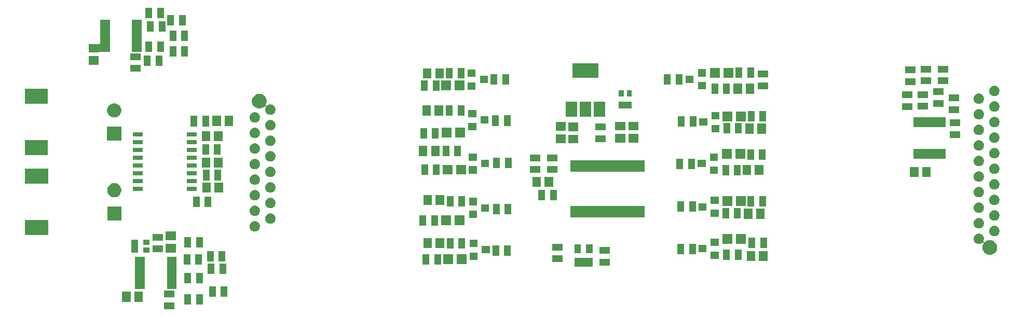
<source format=gts>
G04 #@! TF.GenerationSoftware,KiCad,Pcbnew,5.0.2-bee76a0~70~ubuntu16.04.1*
G04 #@! TF.CreationDate,2019-03-18T14:36:24-04:00*
G04 #@! TF.ProjectId,BMS_peripheral,424d535f-7065-4726-9970-686572616c2e,rev?*
G04 #@! TF.SameCoordinates,Original*
G04 #@! TF.FileFunction,Soldermask,Top*
G04 #@! TF.FilePolarity,Negative*
%FSLAX46Y46*%
G04 Gerber Fmt 4.6, Leading zero omitted, Abs format (unit mm)*
G04 Created by KiCad (PCBNEW 5.0.2-bee76a0~70~ubuntu16.04.1) date Mon 18 Mar 2019 02:36:24 PM EDT*
%MOMM*%
%LPD*%
G01*
G04 APERTURE LIST*
%ADD10C,0.100000*%
G04 APERTURE END LIST*
D10*
G36*
X69967380Y-71413500D02*
X68267380Y-71413500D01*
X68267380Y-70313500D01*
X69967380Y-70313500D01*
X69967380Y-71413500D01*
X69967380Y-71413500D01*
G37*
G36*
X74583380Y-70700000D02*
X73483380Y-70700000D01*
X73483380Y-69000000D01*
X74583380Y-69000000D01*
X74583380Y-70700000D01*
X74583380Y-70700000D01*
G37*
G36*
X72683380Y-70700000D02*
X71583380Y-70700000D01*
X71583380Y-69000000D01*
X72683380Y-69000000D01*
X72683380Y-70700000D01*
X72683380Y-70700000D01*
G37*
G36*
X64827380Y-70230500D02*
X63427380Y-70230500D01*
X63427380Y-68580500D01*
X64827380Y-68580500D01*
X64827380Y-70230500D01*
X64827380Y-70230500D01*
G37*
G36*
X62827380Y-70230500D02*
X61427380Y-70230500D01*
X61427380Y-68580500D01*
X62827380Y-68580500D01*
X62827380Y-70230500D01*
X62827380Y-70230500D01*
G37*
G36*
X69967380Y-69513500D02*
X68267380Y-69513500D01*
X68267380Y-68413500D01*
X69967380Y-68413500D01*
X69967380Y-69513500D01*
X69967380Y-69513500D01*
G37*
G36*
X78583880Y-69366500D02*
X77483880Y-69366500D01*
X77483880Y-67666500D01*
X78583880Y-67666500D01*
X78583880Y-69366500D01*
X78583880Y-69366500D01*
G37*
G36*
X76683880Y-69366500D02*
X75583880Y-69366500D01*
X75583880Y-67666500D01*
X76683880Y-67666500D01*
X76683880Y-69366500D01*
X76683880Y-69366500D01*
G37*
G36*
X70329000Y-68091000D02*
X68729000Y-68091000D01*
X68729000Y-62846000D01*
X70329000Y-62846000D01*
X70329000Y-68091000D01*
X70329000Y-68091000D01*
G37*
G36*
X65129000Y-68091000D02*
X63529000Y-68091000D01*
X63529000Y-62846000D01*
X65129000Y-62846000D01*
X65129000Y-68091000D01*
X65129000Y-68091000D01*
G37*
G36*
X74583380Y-67207500D02*
X73483380Y-67207500D01*
X73483380Y-65507500D01*
X74583380Y-65507500D01*
X74583380Y-67207500D01*
X74583380Y-67207500D01*
G37*
G36*
X72683380Y-67207500D02*
X71583380Y-67207500D01*
X71583380Y-65507500D01*
X72683380Y-65507500D01*
X72683380Y-67207500D01*
X72683380Y-67207500D01*
G37*
G36*
X78393380Y-65683500D02*
X77293380Y-65683500D01*
X77293380Y-63983500D01*
X78393380Y-63983500D01*
X78393380Y-65683500D01*
X78393380Y-65683500D01*
G37*
G36*
X76493380Y-65683500D02*
X75393380Y-65683500D01*
X75393380Y-63983500D01*
X76493380Y-63983500D01*
X76493380Y-65683500D01*
X76493380Y-65683500D01*
G37*
G36*
X138175000Y-64480000D02*
X135225000Y-64480000D01*
X135225000Y-63020000D01*
X138175000Y-63020000D01*
X138175000Y-64480000D01*
X138175000Y-64480000D01*
G37*
G36*
X140994500Y-64304000D02*
X139294500Y-64304000D01*
X139294500Y-63204000D01*
X140994500Y-63204000D01*
X140994500Y-64304000D01*
X140994500Y-64304000D01*
G37*
G36*
X72551380Y-64159500D02*
X71451380Y-64159500D01*
X71451380Y-62459500D01*
X72551380Y-62459500D01*
X72551380Y-64159500D01*
X72551380Y-64159500D01*
G37*
G36*
X74451380Y-64159500D02*
X73351380Y-64159500D01*
X73351380Y-62459500D01*
X74451380Y-62459500D01*
X74451380Y-64159500D01*
X74451380Y-64159500D01*
G37*
G36*
X111527600Y-64146800D02*
X110427600Y-64146800D01*
X110427600Y-62446800D01*
X111527600Y-62446800D01*
X111527600Y-64146800D01*
X111527600Y-64146800D01*
G37*
G36*
X113427600Y-64146800D02*
X112327600Y-64146800D01*
X112327600Y-62446800D01*
X113427600Y-62446800D01*
X113427600Y-64146800D01*
X113427600Y-64146800D01*
G37*
G36*
X115404800Y-64020600D02*
X113804800Y-64020600D01*
X113804800Y-62420600D01*
X115404800Y-62420600D01*
X115404800Y-64020600D01*
X115404800Y-64020600D01*
G37*
G36*
X117604800Y-64020600D02*
X116004800Y-64020600D01*
X116004800Y-62420600D01*
X117604800Y-62420600D01*
X117604800Y-64020600D01*
X117604800Y-64020600D01*
G37*
G36*
X133247500Y-63732500D02*
X131547500Y-63732500D01*
X131547500Y-62632500D01*
X133247500Y-62632500D01*
X133247500Y-63732500D01*
X133247500Y-63732500D01*
G37*
G36*
X78261380Y-63651500D02*
X77161380Y-63651500D01*
X77161380Y-61951500D01*
X78261380Y-61951500D01*
X78261380Y-63651500D01*
X78261380Y-63651500D01*
G37*
G36*
X76361380Y-63651500D02*
X75261380Y-63651500D01*
X75261380Y-61951500D01*
X76361380Y-61951500D01*
X76361380Y-63651500D01*
X76361380Y-63651500D01*
G37*
G36*
X164720500Y-63563000D02*
X163320500Y-63563000D01*
X163320500Y-61913000D01*
X164720500Y-61913000D01*
X164720500Y-63563000D01*
X164720500Y-63563000D01*
G37*
G36*
X166720500Y-63563000D02*
X165320500Y-63563000D01*
X165320500Y-61913000D01*
X166720500Y-61913000D01*
X166720500Y-63563000D01*
X166720500Y-63563000D01*
G37*
G36*
X162450000Y-63400000D02*
X161350000Y-63400000D01*
X161350000Y-61700000D01*
X162450000Y-61700000D01*
X162450000Y-63400000D01*
X162450000Y-63400000D01*
G37*
G36*
X160550000Y-63400000D02*
X159450000Y-63400000D01*
X159450000Y-61700000D01*
X160550000Y-61700000D01*
X160550000Y-63400000D01*
X160550000Y-63400000D01*
G37*
G36*
X119396500Y-63364000D02*
X118096500Y-63364000D01*
X118096500Y-62164000D01*
X119396500Y-62164000D01*
X119396500Y-63364000D01*
X119396500Y-63364000D01*
G37*
G36*
X158747000Y-63196000D02*
X157447000Y-63196000D01*
X157447000Y-61996000D01*
X158747000Y-61996000D01*
X158747000Y-63196000D01*
X158747000Y-63196000D01*
G37*
G36*
X122950000Y-62700000D02*
X121850000Y-62700000D01*
X121850000Y-61000000D01*
X122950000Y-61000000D01*
X122950000Y-62700000D01*
X122950000Y-62700000D01*
G37*
G36*
X124850000Y-62700000D02*
X123750000Y-62700000D01*
X123750000Y-61000000D01*
X124850000Y-61000000D01*
X124850000Y-62700000D01*
X124850000Y-62700000D01*
G37*
G36*
X201415934Y-59126664D02*
X201570627Y-59190740D01*
X201709847Y-59283764D01*
X201828236Y-59402153D01*
X201921260Y-59541373D01*
X201985336Y-59696066D01*
X202018000Y-59860281D01*
X202018000Y-60027719D01*
X201985336Y-60191934D01*
X201916961Y-60357006D01*
X201915950Y-60358897D01*
X201908837Y-60382347D01*
X201906436Y-60406733D01*
X201908838Y-60431119D01*
X201915952Y-60454568D01*
X201927503Y-60476179D01*
X201943049Y-60495121D01*
X201961991Y-60510666D01*
X201983602Y-60522217D01*
X202007052Y-60529330D01*
X202031438Y-60531731D01*
X202055824Y-60529329D01*
X202079273Y-60522215D01*
X202100884Y-60510664D01*
X202119824Y-60495119D01*
X202203042Y-60411901D01*
X202399588Y-60280573D01*
X202617974Y-60190115D01*
X202849809Y-60144000D01*
X203086191Y-60144000D01*
X203318026Y-60190115D01*
X203536412Y-60280573D01*
X203732958Y-60411901D01*
X203900099Y-60579042D01*
X204031427Y-60775588D01*
X204121885Y-60993974D01*
X204168000Y-61225809D01*
X204168000Y-61462191D01*
X204121885Y-61694026D01*
X204031427Y-61912412D01*
X203900099Y-62108958D01*
X203732958Y-62276099D01*
X203536412Y-62407427D01*
X203318026Y-62497885D01*
X203086191Y-62544000D01*
X202849809Y-62544000D01*
X202617974Y-62497885D01*
X202399588Y-62407427D01*
X202203042Y-62276099D01*
X202035901Y-62108958D01*
X201904573Y-61912412D01*
X201814115Y-61694026D01*
X201768000Y-61462191D01*
X201768000Y-61225809D01*
X201814115Y-60993974D01*
X201904573Y-60775588D01*
X201936634Y-60727605D01*
X201948185Y-60705994D01*
X201955298Y-60682545D01*
X201957700Y-60658159D01*
X201955298Y-60633773D01*
X201948185Y-60610324D01*
X201936634Y-60588713D01*
X201921088Y-60569771D01*
X201902146Y-60554225D01*
X201880535Y-60542674D01*
X201857086Y-60535561D01*
X201832700Y-60533159D01*
X201808314Y-60535561D01*
X201784865Y-60542674D01*
X201763254Y-60554225D01*
X201744312Y-60569771D01*
X201709847Y-60604236D01*
X201570627Y-60697260D01*
X201415934Y-60761336D01*
X201251719Y-60794000D01*
X201084281Y-60794000D01*
X200920066Y-60761336D01*
X200765373Y-60697260D01*
X200626153Y-60604236D01*
X200507764Y-60485847D01*
X200414740Y-60346627D01*
X200350664Y-60191934D01*
X200318000Y-60027719D01*
X200318000Y-59860281D01*
X200350664Y-59696066D01*
X200414740Y-59541373D01*
X200507764Y-59402153D01*
X200626153Y-59283764D01*
X200765373Y-59190740D01*
X200920066Y-59126664D01*
X201084281Y-59094000D01*
X201251719Y-59094000D01*
X201415934Y-59126664D01*
X201415934Y-59126664D01*
G37*
G36*
X155000000Y-62450000D02*
X153900000Y-62450000D01*
X153900000Y-60750000D01*
X155000000Y-60750000D01*
X155000000Y-62450000D01*
X155000000Y-62450000D01*
G37*
G36*
X153100000Y-62450000D02*
X152000000Y-62450000D01*
X152000000Y-60750000D01*
X153100000Y-60750000D01*
X153100000Y-62450000D01*
X153100000Y-62450000D01*
G37*
G36*
X140994500Y-62404000D02*
X139294500Y-62404000D01*
X139294500Y-61304000D01*
X140994500Y-61304000D01*
X140994500Y-62404000D01*
X140994500Y-62404000D01*
G37*
G36*
X121396500Y-62314000D02*
X120096500Y-62314000D01*
X120096500Y-61114000D01*
X121396500Y-61114000D01*
X121396500Y-62314000D01*
X121396500Y-62314000D01*
G37*
G36*
X136275000Y-62280000D02*
X135225000Y-62280000D01*
X135225000Y-60820000D01*
X136275000Y-60820000D01*
X136275000Y-62280000D01*
X136275000Y-62280000D01*
G37*
G36*
X138175000Y-62280000D02*
X137125000Y-62280000D01*
X137125000Y-60820000D01*
X138175000Y-60820000D01*
X138175000Y-62280000D01*
X138175000Y-62280000D01*
G37*
G36*
X65889400Y-62187800D02*
X64839400Y-62187800D01*
X64839400Y-61387800D01*
X65889400Y-61387800D01*
X65889400Y-62187800D01*
X65889400Y-62187800D01*
G37*
G36*
X63989400Y-62187800D02*
X62939400Y-62187800D01*
X62939400Y-60087800D01*
X63989400Y-60087800D01*
X63989400Y-62187800D01*
X63989400Y-62187800D01*
G37*
G36*
X70192380Y-62163500D02*
X68542380Y-62163500D01*
X68542380Y-60763500D01*
X70192380Y-60763500D01*
X70192380Y-62163500D01*
X70192380Y-62163500D01*
G37*
G36*
X156747000Y-62146000D02*
X155447000Y-62146000D01*
X155447000Y-60946000D01*
X156747000Y-60946000D01*
X156747000Y-62146000D01*
X156747000Y-62146000D01*
G37*
G36*
X68117380Y-62113500D02*
X66417380Y-62113500D01*
X66417380Y-61013500D01*
X68117380Y-61013500D01*
X68117380Y-62113500D01*
X68117380Y-62113500D01*
G37*
G36*
X133247500Y-61832500D02*
X131547500Y-61832500D01*
X131547500Y-60732500D01*
X133247500Y-60732500D01*
X133247500Y-61832500D01*
X133247500Y-61832500D01*
G37*
G36*
X117400000Y-61500000D02*
X116300000Y-61500000D01*
X116300000Y-59800000D01*
X117400000Y-59800000D01*
X117400000Y-61500000D01*
X117400000Y-61500000D01*
G37*
G36*
X115500000Y-61500000D02*
X114400000Y-61500000D01*
X114400000Y-59800000D01*
X115500000Y-59800000D01*
X115500000Y-61500000D01*
X115500000Y-61500000D01*
G37*
G36*
X113950000Y-61475000D02*
X112550000Y-61475000D01*
X112550000Y-59825000D01*
X113950000Y-59825000D01*
X113950000Y-61475000D01*
X113950000Y-61475000D01*
G37*
G36*
X111950000Y-61475000D02*
X110550000Y-61475000D01*
X110550000Y-59825000D01*
X111950000Y-59825000D01*
X111950000Y-61475000D01*
X111950000Y-61475000D01*
G37*
G36*
X166600000Y-61400000D02*
X165500000Y-61400000D01*
X165500000Y-59700000D01*
X166600000Y-59700000D01*
X166600000Y-61400000D01*
X166600000Y-61400000D01*
G37*
G36*
X164700000Y-61400000D02*
X163600000Y-61400000D01*
X163600000Y-59700000D01*
X164700000Y-59700000D01*
X164700000Y-61400000D01*
X164700000Y-61400000D01*
G37*
G36*
X72683380Y-61365500D02*
X71583380Y-61365500D01*
X71583380Y-59665500D01*
X72683380Y-59665500D01*
X72683380Y-61365500D01*
X72683380Y-61365500D01*
G37*
G36*
X74583380Y-61365500D02*
X73483380Y-61365500D01*
X73483380Y-59665500D01*
X74583380Y-59665500D01*
X74583380Y-61365500D01*
X74583380Y-61365500D01*
G37*
G36*
X119396500Y-61264000D02*
X118096500Y-61264000D01*
X118096500Y-60064000D01*
X119396500Y-60064000D01*
X119396500Y-61264000D01*
X119396500Y-61264000D01*
G37*
G36*
X158747000Y-61096000D02*
X157447000Y-61096000D01*
X157447000Y-59896000D01*
X158747000Y-59896000D01*
X158747000Y-61096000D01*
X158747000Y-61096000D01*
G37*
G36*
X65889400Y-60887800D02*
X64839400Y-60887800D01*
X64839400Y-60087800D01*
X65889400Y-60087800D01*
X65889400Y-60887800D01*
X65889400Y-60887800D01*
G37*
G36*
X163169500Y-60744000D02*
X161569500Y-60744000D01*
X161569500Y-59144000D01*
X163169500Y-59144000D01*
X163169500Y-60744000D01*
X163169500Y-60744000D01*
G37*
G36*
X160969500Y-60744000D02*
X159369500Y-60744000D01*
X159369500Y-59144000D01*
X160969500Y-59144000D01*
X160969500Y-60744000D01*
X160969500Y-60744000D01*
G37*
G36*
X68117380Y-60213500D02*
X66417380Y-60213500D01*
X66417380Y-59113500D01*
X68117380Y-59113500D01*
X68117380Y-60213500D01*
X68117380Y-60213500D01*
G37*
G36*
X70192380Y-60163500D02*
X68542380Y-60163500D01*
X68542380Y-58763500D01*
X70192380Y-58763500D01*
X70192380Y-60163500D01*
X70192380Y-60163500D01*
G37*
G36*
X203955934Y-57856664D02*
X204110627Y-57920740D01*
X204249847Y-58013764D01*
X204368236Y-58132153D01*
X204461260Y-58271373D01*
X204525336Y-58426066D01*
X204558000Y-58590281D01*
X204558000Y-58757719D01*
X204525336Y-58921934D01*
X204461260Y-59076627D01*
X204368236Y-59215847D01*
X204249847Y-59334236D01*
X204110627Y-59427260D01*
X203955934Y-59491336D01*
X203791719Y-59524000D01*
X203624281Y-59524000D01*
X203460066Y-59491336D01*
X203305373Y-59427260D01*
X203166153Y-59334236D01*
X203047764Y-59215847D01*
X202954740Y-59076627D01*
X202890664Y-58921934D01*
X202858000Y-58757719D01*
X202858000Y-58590281D01*
X202890664Y-58426066D01*
X202954740Y-58271373D01*
X203047764Y-58132153D01*
X203166153Y-58013764D01*
X203305373Y-57920740D01*
X203460066Y-57856664D01*
X203624281Y-57824000D01*
X203791719Y-57824000D01*
X203955934Y-57856664D01*
X203955934Y-57856664D01*
G37*
G36*
X49354820Y-59292340D02*
X45554820Y-59292340D01*
X45554820Y-56892340D01*
X49354820Y-56892340D01*
X49354820Y-59292340D01*
X49354820Y-59292340D01*
G37*
G36*
X83305934Y-57094664D02*
X83460627Y-57158740D01*
X83599847Y-57251764D01*
X83718236Y-57370153D01*
X83811260Y-57509373D01*
X83875336Y-57664066D01*
X83908000Y-57828281D01*
X83908000Y-57995719D01*
X83875336Y-58159934D01*
X83811260Y-58314627D01*
X83718236Y-58453847D01*
X83599847Y-58572236D01*
X83460627Y-58665260D01*
X83305934Y-58729336D01*
X83141719Y-58762000D01*
X82974281Y-58762000D01*
X82810066Y-58729336D01*
X82655373Y-58665260D01*
X82516153Y-58572236D01*
X82397764Y-58453847D01*
X82304740Y-58314627D01*
X82240664Y-58159934D01*
X82208000Y-57995719D01*
X82208000Y-57828281D01*
X82240664Y-57664066D01*
X82304740Y-57509373D01*
X82397764Y-57370153D01*
X82516153Y-57251764D01*
X82655373Y-57158740D01*
X82810066Y-57094664D01*
X82974281Y-57062000D01*
X83141719Y-57062000D01*
X83305934Y-57094664D01*
X83305934Y-57094664D01*
G37*
G36*
X201415934Y-56586664D02*
X201570627Y-56650740D01*
X201709847Y-56743764D01*
X201828236Y-56862153D01*
X201921260Y-57001373D01*
X201985336Y-57156066D01*
X202018000Y-57320281D01*
X202018000Y-57487719D01*
X201985336Y-57651934D01*
X201921260Y-57806627D01*
X201828236Y-57945847D01*
X201709847Y-58064236D01*
X201570627Y-58157260D01*
X201415934Y-58221336D01*
X201251719Y-58254000D01*
X201084281Y-58254000D01*
X200920066Y-58221336D01*
X200765373Y-58157260D01*
X200626153Y-58064236D01*
X200507764Y-57945847D01*
X200414740Y-57806627D01*
X200350664Y-57651934D01*
X200318000Y-57487719D01*
X200318000Y-57320281D01*
X200350664Y-57156066D01*
X200414740Y-57001373D01*
X200507764Y-56862153D01*
X200626153Y-56743764D01*
X200765373Y-56650740D01*
X200920066Y-56586664D01*
X201084281Y-56554000D01*
X201251719Y-56554000D01*
X201415934Y-56586664D01*
X201415934Y-56586664D01*
G37*
G36*
X112919600Y-57771400D02*
X111819600Y-57771400D01*
X111819600Y-56071400D01*
X112919600Y-56071400D01*
X112919600Y-57771400D01*
X112919600Y-57771400D01*
G37*
G36*
X111019600Y-57771400D02*
X109919600Y-57771400D01*
X109919600Y-56071400D01*
X111019600Y-56071400D01*
X111019600Y-57771400D01*
X111019600Y-57771400D01*
G37*
G36*
X117309800Y-57670600D02*
X115709800Y-57670600D01*
X115709800Y-56070600D01*
X117309800Y-56070600D01*
X117309800Y-57670600D01*
X117309800Y-57670600D01*
G37*
G36*
X115109800Y-57670600D02*
X113509800Y-57670600D01*
X113509800Y-56070600D01*
X115109800Y-56070600D01*
X115109800Y-57670600D01*
X115109800Y-57670600D01*
G37*
G36*
X85845934Y-55824664D02*
X86000627Y-55888740D01*
X86139847Y-55981764D01*
X86258236Y-56100153D01*
X86351260Y-56239373D01*
X86415336Y-56394066D01*
X86448000Y-56558281D01*
X86448000Y-56725719D01*
X86415336Y-56889934D01*
X86351260Y-57044627D01*
X86258236Y-57183847D01*
X86139847Y-57302236D01*
X86000627Y-57395260D01*
X85845934Y-57459336D01*
X85681719Y-57492000D01*
X85514281Y-57492000D01*
X85350066Y-57459336D01*
X85195373Y-57395260D01*
X85056153Y-57302236D01*
X84937764Y-57183847D01*
X84844740Y-57044627D01*
X84780664Y-56889934D01*
X84748000Y-56725719D01*
X84748000Y-56558281D01*
X84780664Y-56394066D01*
X84844740Y-56239373D01*
X84937764Y-56100153D01*
X85056153Y-55981764D01*
X85195373Y-55888740D01*
X85350066Y-55824664D01*
X85514281Y-55792000D01*
X85681719Y-55792000D01*
X85845934Y-55824664D01*
X85845934Y-55824664D01*
G37*
G36*
X203955934Y-55316664D02*
X204110627Y-55380740D01*
X204249847Y-55473764D01*
X204368236Y-55592153D01*
X204461260Y-55731373D01*
X204525336Y-55886066D01*
X204558000Y-56050281D01*
X204558000Y-56217719D01*
X204525336Y-56381934D01*
X204461260Y-56536627D01*
X204368236Y-56675847D01*
X204249847Y-56794236D01*
X204110627Y-56887260D01*
X203955934Y-56951336D01*
X203791719Y-56984000D01*
X203624281Y-56984000D01*
X203460066Y-56951336D01*
X203305373Y-56887260D01*
X203166153Y-56794236D01*
X203047764Y-56675847D01*
X202954740Y-56536627D01*
X202890664Y-56381934D01*
X202858000Y-56217719D01*
X202858000Y-56050281D01*
X202890664Y-55886066D01*
X202954740Y-55731373D01*
X203047764Y-55592153D01*
X203166153Y-55473764D01*
X203305373Y-55380740D01*
X203460066Y-55316664D01*
X203624281Y-55284000D01*
X203791719Y-55284000D01*
X203955934Y-55316664D01*
X203955934Y-55316664D01*
G37*
G36*
X61304820Y-56956340D02*
X59004820Y-56956340D01*
X59004820Y-54656340D01*
X61304820Y-54656340D01*
X61304820Y-56956340D01*
X61304820Y-56956340D01*
G37*
G36*
X164250000Y-56675000D02*
X162850000Y-56675000D01*
X162850000Y-55025000D01*
X164250000Y-55025000D01*
X164250000Y-56675000D01*
X164250000Y-56675000D01*
G37*
G36*
X166250000Y-56675000D02*
X164850000Y-56675000D01*
X164850000Y-55025000D01*
X166250000Y-55025000D01*
X166250000Y-56675000D01*
X166250000Y-56675000D01*
G37*
G36*
X162350000Y-56650000D02*
X161250000Y-56650000D01*
X161250000Y-54950000D01*
X162350000Y-54950000D01*
X162350000Y-56650000D01*
X162350000Y-56650000D01*
G37*
G36*
X160450000Y-56650000D02*
X159350000Y-56650000D01*
X159350000Y-54950000D01*
X160450000Y-54950000D01*
X160450000Y-56650000D01*
X160450000Y-56650000D01*
G37*
G36*
X119300000Y-56550000D02*
X118000000Y-56550000D01*
X118000000Y-55350000D01*
X119300000Y-55350000D01*
X119300000Y-56550000D01*
X119300000Y-56550000D01*
G37*
G36*
X146664000Y-56452500D02*
X134514000Y-56452500D01*
X134514000Y-54552500D01*
X146664000Y-54552500D01*
X146664000Y-56452500D01*
X146664000Y-56452500D01*
G37*
G36*
X158725000Y-56374000D02*
X157425000Y-56374000D01*
X157425000Y-55174000D01*
X158725000Y-55174000D01*
X158725000Y-56374000D01*
X158725000Y-56374000D01*
G37*
G36*
X83305934Y-54554664D02*
X83460627Y-54618740D01*
X83599847Y-54711764D01*
X83718236Y-54830153D01*
X83811260Y-54969373D01*
X83875336Y-55124066D01*
X83908000Y-55288281D01*
X83908000Y-55455719D01*
X83875336Y-55619934D01*
X83811260Y-55774627D01*
X83718236Y-55913847D01*
X83599847Y-56032236D01*
X83460627Y-56125260D01*
X83305934Y-56189336D01*
X83141719Y-56222000D01*
X82974281Y-56222000D01*
X82810066Y-56189336D01*
X82655373Y-56125260D01*
X82516153Y-56032236D01*
X82397764Y-55913847D01*
X82304740Y-55774627D01*
X82240664Y-55619934D01*
X82208000Y-55455719D01*
X82208000Y-55288281D01*
X82240664Y-55124066D01*
X82304740Y-54969373D01*
X82397764Y-54830153D01*
X82516153Y-54711764D01*
X82655373Y-54618740D01*
X82810066Y-54554664D01*
X82974281Y-54522000D01*
X83141719Y-54522000D01*
X83305934Y-54554664D01*
X83305934Y-54554664D01*
G37*
G36*
X123000000Y-55900000D02*
X121900000Y-55900000D01*
X121900000Y-54200000D01*
X123000000Y-54200000D01*
X123000000Y-55900000D01*
X123000000Y-55900000D01*
G37*
G36*
X124900000Y-55900000D02*
X123800000Y-55900000D01*
X123800000Y-54200000D01*
X124900000Y-54200000D01*
X124900000Y-55900000D01*
X124900000Y-55900000D01*
G37*
G36*
X201415934Y-54046664D02*
X201570627Y-54110740D01*
X201709847Y-54203764D01*
X201828236Y-54322153D01*
X201921260Y-54461373D01*
X201985336Y-54616066D01*
X202018000Y-54780281D01*
X202018000Y-54947719D01*
X201985336Y-55111934D01*
X201921260Y-55266627D01*
X201828236Y-55405847D01*
X201709847Y-55524236D01*
X201570627Y-55617260D01*
X201415934Y-55681336D01*
X201251719Y-55714000D01*
X201084281Y-55714000D01*
X200920066Y-55681336D01*
X200765373Y-55617260D01*
X200626153Y-55524236D01*
X200507764Y-55405847D01*
X200414740Y-55266627D01*
X200350664Y-55111934D01*
X200318000Y-54947719D01*
X200318000Y-54780281D01*
X200350664Y-54616066D01*
X200414740Y-54461373D01*
X200507764Y-54322153D01*
X200626153Y-54203764D01*
X200765373Y-54110740D01*
X200920066Y-54046664D01*
X201084281Y-54014000D01*
X201251719Y-54014000D01*
X201415934Y-54046664D01*
X201415934Y-54046664D01*
G37*
G36*
X121300000Y-55500000D02*
X120000000Y-55500000D01*
X120000000Y-54300000D01*
X121300000Y-54300000D01*
X121300000Y-55500000D01*
X121300000Y-55500000D01*
G37*
G36*
X155000000Y-55500000D02*
X153900000Y-55500000D01*
X153900000Y-53800000D01*
X155000000Y-53800000D01*
X155000000Y-55500000D01*
X155000000Y-55500000D01*
G37*
G36*
X153100000Y-55500000D02*
X152000000Y-55500000D01*
X152000000Y-53800000D01*
X153100000Y-53800000D01*
X153100000Y-55500000D01*
X153100000Y-55500000D01*
G37*
G36*
X156725000Y-55324000D02*
X155425000Y-55324000D01*
X155425000Y-54124000D01*
X156725000Y-54124000D01*
X156725000Y-55324000D01*
X156725000Y-55324000D01*
G37*
G36*
X85845934Y-53284664D02*
X86000627Y-53348740D01*
X86139847Y-53441764D01*
X86258236Y-53560153D01*
X86351260Y-53699373D01*
X86415336Y-53854066D01*
X86448000Y-54018281D01*
X86448000Y-54185719D01*
X86415336Y-54349934D01*
X86351260Y-54504627D01*
X86258236Y-54643847D01*
X86139847Y-54762236D01*
X86000627Y-54855260D01*
X85845934Y-54919336D01*
X85681719Y-54952000D01*
X85514281Y-54952000D01*
X85350066Y-54919336D01*
X85195373Y-54855260D01*
X85056153Y-54762236D01*
X84937764Y-54643847D01*
X84844740Y-54504627D01*
X84780664Y-54349934D01*
X84748000Y-54185719D01*
X84748000Y-54018281D01*
X84780664Y-53854066D01*
X84844740Y-53699373D01*
X84937764Y-53560153D01*
X85056153Y-53441764D01*
X85195373Y-53348740D01*
X85350066Y-53284664D01*
X85514281Y-53252000D01*
X85681719Y-53252000D01*
X85845934Y-53284664D01*
X85845934Y-53284664D01*
G37*
G36*
X74104000Y-54736500D02*
X73004000Y-54736500D01*
X73004000Y-53036500D01*
X74104000Y-53036500D01*
X74104000Y-54736500D01*
X74104000Y-54736500D01*
G37*
G36*
X76004000Y-54736500D02*
X74904000Y-54736500D01*
X74904000Y-53036500D01*
X76004000Y-53036500D01*
X76004000Y-54736500D01*
X76004000Y-54736500D01*
G37*
G36*
X164550000Y-54700000D02*
X163450000Y-54700000D01*
X163450000Y-53000000D01*
X164550000Y-53000000D01*
X164550000Y-54700000D01*
X164550000Y-54700000D01*
G37*
G36*
X115500000Y-54700000D02*
X114400000Y-54700000D01*
X114400000Y-53000000D01*
X115500000Y-53000000D01*
X115500000Y-54700000D01*
X115500000Y-54700000D01*
G37*
G36*
X117400000Y-54700000D02*
X116300000Y-54700000D01*
X116300000Y-53000000D01*
X117400000Y-53000000D01*
X117400000Y-54700000D01*
X117400000Y-54700000D01*
G37*
G36*
X166450000Y-54700000D02*
X165350000Y-54700000D01*
X165350000Y-53000000D01*
X166450000Y-53000000D01*
X166450000Y-54700000D01*
X166450000Y-54700000D01*
G37*
G36*
X163150000Y-54550000D02*
X161550000Y-54550000D01*
X161550000Y-52950000D01*
X163150000Y-52950000D01*
X163150000Y-54550000D01*
X163150000Y-54550000D01*
G37*
G36*
X160950000Y-54550000D02*
X159350000Y-54550000D01*
X159350000Y-52950000D01*
X160950000Y-52950000D01*
X160950000Y-54550000D01*
X160950000Y-54550000D01*
G37*
G36*
X119300000Y-54450000D02*
X118000000Y-54450000D01*
X118000000Y-53250000D01*
X119300000Y-53250000D01*
X119300000Y-54450000D01*
X119300000Y-54450000D01*
G37*
G36*
X203955934Y-52776664D02*
X204110627Y-52840740D01*
X204249847Y-52933764D01*
X204368236Y-53052153D01*
X204461260Y-53191373D01*
X204525336Y-53346066D01*
X204558000Y-53510281D01*
X204558000Y-53677719D01*
X204525336Y-53841934D01*
X204461260Y-53996627D01*
X204368236Y-54135847D01*
X204249847Y-54254236D01*
X204110627Y-54347260D01*
X203955934Y-54411336D01*
X203791719Y-54444000D01*
X203624281Y-54444000D01*
X203460066Y-54411336D01*
X203305373Y-54347260D01*
X203166153Y-54254236D01*
X203047764Y-54135847D01*
X202954740Y-53996627D01*
X202890664Y-53841934D01*
X202858000Y-53677719D01*
X202858000Y-53510281D01*
X202890664Y-53346066D01*
X202954740Y-53191373D01*
X203047764Y-53052153D01*
X203166153Y-52933764D01*
X203305373Y-52840740D01*
X203460066Y-52776664D01*
X203624281Y-52744000D01*
X203791719Y-52744000D01*
X203955934Y-52776664D01*
X203955934Y-52776664D01*
G37*
G36*
X111950000Y-54425000D02*
X110550000Y-54425000D01*
X110550000Y-52775000D01*
X111950000Y-52775000D01*
X111950000Y-54425000D01*
X111950000Y-54425000D01*
G37*
G36*
X113950000Y-54425000D02*
X112550000Y-54425000D01*
X112550000Y-52775000D01*
X113950000Y-52775000D01*
X113950000Y-54425000D01*
X113950000Y-54425000D01*
G37*
G36*
X158725000Y-54274000D02*
X157425000Y-54274000D01*
X157425000Y-53074000D01*
X158725000Y-53074000D01*
X158725000Y-54274000D01*
X158725000Y-54274000D01*
G37*
G36*
X132310000Y-53682000D02*
X131210000Y-53682000D01*
X131210000Y-51982000D01*
X132310000Y-51982000D01*
X132310000Y-53682000D01*
X132310000Y-53682000D01*
G37*
G36*
X83305934Y-52014664D02*
X83460627Y-52078740D01*
X83599847Y-52171764D01*
X83718236Y-52290153D01*
X83811260Y-52429373D01*
X83875336Y-52584066D01*
X83908000Y-52748281D01*
X83908000Y-52915719D01*
X83875336Y-53079934D01*
X83811260Y-53234627D01*
X83718236Y-53373847D01*
X83599847Y-53492236D01*
X83460627Y-53585260D01*
X83305934Y-53649336D01*
X83141719Y-53682000D01*
X82974281Y-53682000D01*
X82810066Y-53649336D01*
X82655373Y-53585260D01*
X82516153Y-53492236D01*
X82397764Y-53373847D01*
X82304740Y-53234627D01*
X82240664Y-53079934D01*
X82208000Y-52915719D01*
X82208000Y-52748281D01*
X82240664Y-52584066D01*
X82304740Y-52429373D01*
X82397764Y-52290153D01*
X82516153Y-52171764D01*
X82655373Y-52078740D01*
X82810066Y-52014664D01*
X82974281Y-51982000D01*
X83141719Y-51982000D01*
X83305934Y-52014664D01*
X83305934Y-52014664D01*
G37*
G36*
X130410000Y-53682000D02*
X129310000Y-53682000D01*
X129310000Y-51982000D01*
X130410000Y-51982000D01*
X130410000Y-53682000D01*
X130410000Y-53682000D01*
G37*
G36*
X201415934Y-51506664D02*
X201570627Y-51570740D01*
X201709847Y-51663764D01*
X201828236Y-51782153D01*
X201921260Y-51921373D01*
X201985336Y-52076066D01*
X202018000Y-52240281D01*
X202018000Y-52407719D01*
X201985336Y-52571934D01*
X201921260Y-52726627D01*
X201828236Y-52865847D01*
X201709847Y-52984236D01*
X201570627Y-53077260D01*
X201415934Y-53141336D01*
X201251719Y-53174000D01*
X201084281Y-53174000D01*
X200920066Y-53141336D01*
X200765373Y-53077260D01*
X200626153Y-52984236D01*
X200507764Y-52865847D01*
X200414740Y-52726627D01*
X200350664Y-52571934D01*
X200318000Y-52407719D01*
X200318000Y-52240281D01*
X200350664Y-52076066D01*
X200414740Y-51921373D01*
X200507764Y-51782153D01*
X200626153Y-51663764D01*
X200765373Y-51570740D01*
X200920066Y-51506664D01*
X201084281Y-51474000D01*
X201251719Y-51474000D01*
X201415934Y-51506664D01*
X201415934Y-51506664D01*
G37*
G36*
X60490263Y-50890534D02*
X60699548Y-50977223D01*
X60887905Y-51103079D01*
X61048081Y-51263255D01*
X61173937Y-51451612D01*
X61260626Y-51660897D01*
X61304820Y-51883074D01*
X61304820Y-52109606D01*
X61260626Y-52331783D01*
X61173937Y-52541068D01*
X61048081Y-52729425D01*
X60887905Y-52889601D01*
X60699548Y-53015457D01*
X60490263Y-53102146D01*
X60268086Y-53146340D01*
X60041554Y-53146340D01*
X59819377Y-53102146D01*
X59610092Y-53015457D01*
X59421735Y-52889601D01*
X59261559Y-52729425D01*
X59135703Y-52541068D01*
X59049014Y-52331783D01*
X59004820Y-52109606D01*
X59004820Y-51883074D01*
X59049014Y-51660897D01*
X59135703Y-51451612D01*
X59261559Y-51263255D01*
X59421735Y-51103079D01*
X59610092Y-50977223D01*
X59819377Y-50890534D01*
X60041554Y-50846340D01*
X60268086Y-50846340D01*
X60490263Y-50890534D01*
X60490263Y-50890534D01*
G37*
G36*
X85845934Y-50744664D02*
X86000627Y-50808740D01*
X86139847Y-50901764D01*
X86258236Y-51020153D01*
X86351260Y-51159373D01*
X86415336Y-51314066D01*
X86448000Y-51478281D01*
X86448000Y-51645719D01*
X86415336Y-51809934D01*
X86351260Y-51964627D01*
X86258236Y-52103847D01*
X86139847Y-52222236D01*
X86000627Y-52315260D01*
X85845934Y-52379336D01*
X85681719Y-52412000D01*
X85514281Y-52412000D01*
X85350066Y-52379336D01*
X85195373Y-52315260D01*
X85056153Y-52222236D01*
X84937764Y-52103847D01*
X84844740Y-51964627D01*
X84780664Y-51809934D01*
X84748000Y-51645719D01*
X84748000Y-51478281D01*
X84780664Y-51314066D01*
X84844740Y-51159373D01*
X84937764Y-51020153D01*
X85056153Y-50901764D01*
X85195373Y-50808740D01*
X85350066Y-50744664D01*
X85514281Y-50712000D01*
X85681719Y-50712000D01*
X85845934Y-50744664D01*
X85845934Y-50744664D01*
G37*
G36*
X75904000Y-52411500D02*
X74504000Y-52411500D01*
X74504000Y-50761500D01*
X75904000Y-50761500D01*
X75904000Y-52411500D01*
X75904000Y-52411500D01*
G37*
G36*
X77904000Y-52411500D02*
X76504000Y-52411500D01*
X76504000Y-50761500D01*
X77904000Y-50761500D01*
X77904000Y-52411500D01*
X77904000Y-52411500D01*
G37*
G36*
X73554677Y-52137043D02*
X71954677Y-52137043D01*
X71954677Y-51437043D01*
X73554677Y-51437043D01*
X73554677Y-52137043D01*
X73554677Y-52137043D01*
G37*
G36*
X64754677Y-52137043D02*
X63154677Y-52137043D01*
X63154677Y-51437043D01*
X64754677Y-51437043D01*
X64754677Y-52137043D01*
X64754677Y-52137043D01*
G37*
G36*
X203955934Y-50236664D02*
X204110627Y-50300740D01*
X204249847Y-50393764D01*
X204368236Y-50512153D01*
X204461260Y-50651373D01*
X204525336Y-50806066D01*
X204558000Y-50970281D01*
X204558000Y-51137719D01*
X204525336Y-51301934D01*
X204461260Y-51456627D01*
X204368236Y-51595847D01*
X204249847Y-51714236D01*
X204110627Y-51807260D01*
X203955934Y-51871336D01*
X203791719Y-51904000D01*
X203624281Y-51904000D01*
X203460066Y-51871336D01*
X203305373Y-51807260D01*
X203166153Y-51714236D01*
X203047764Y-51595847D01*
X202954740Y-51456627D01*
X202890664Y-51301934D01*
X202858000Y-51137719D01*
X202858000Y-50970281D01*
X202890664Y-50806066D01*
X202954740Y-50651373D01*
X203047764Y-50512153D01*
X203166153Y-50393764D01*
X203305373Y-50300740D01*
X203460066Y-50236664D01*
X203624281Y-50204000D01*
X203791719Y-50204000D01*
X203955934Y-50236664D01*
X203955934Y-50236664D01*
G37*
G36*
X129750000Y-51475000D02*
X128350000Y-51475000D01*
X128350000Y-49825000D01*
X129750000Y-49825000D01*
X129750000Y-51475000D01*
X129750000Y-51475000D01*
G37*
G36*
X131750000Y-51475000D02*
X130350000Y-51475000D01*
X130350000Y-49825000D01*
X131750000Y-49825000D01*
X131750000Y-51475000D01*
X131750000Y-51475000D01*
G37*
G36*
X83305934Y-49474664D02*
X83460627Y-49538740D01*
X83599847Y-49631764D01*
X83718236Y-49750153D01*
X83811260Y-49889373D01*
X83875336Y-50044066D01*
X83908000Y-50208281D01*
X83908000Y-50375719D01*
X83875336Y-50539934D01*
X83811260Y-50694627D01*
X83718236Y-50833847D01*
X83599847Y-50952236D01*
X83460627Y-51045260D01*
X83305934Y-51109336D01*
X83141719Y-51142000D01*
X82974281Y-51142000D01*
X82810066Y-51109336D01*
X82655373Y-51045260D01*
X82516153Y-50952236D01*
X82397764Y-50833847D01*
X82304740Y-50694627D01*
X82240664Y-50539934D01*
X82208000Y-50375719D01*
X82208000Y-50208281D01*
X82240664Y-50044066D01*
X82304740Y-49889373D01*
X82397764Y-49750153D01*
X82516153Y-49631764D01*
X82655373Y-49538740D01*
X82810066Y-49474664D01*
X82974281Y-49442000D01*
X83141719Y-49442000D01*
X83305934Y-49474664D01*
X83305934Y-49474664D01*
G37*
G36*
X49354820Y-50910340D02*
X45554820Y-50910340D01*
X45554820Y-48510340D01*
X49354820Y-48510340D01*
X49354820Y-50910340D01*
X49354820Y-50910340D01*
G37*
G36*
X64754677Y-50867043D02*
X63154677Y-50867043D01*
X63154677Y-50167043D01*
X64754677Y-50167043D01*
X64754677Y-50867043D01*
X64754677Y-50867043D01*
G37*
G36*
X73554677Y-50867043D02*
X71954677Y-50867043D01*
X71954677Y-50167043D01*
X73554677Y-50167043D01*
X73554677Y-50867043D01*
X73554677Y-50867043D01*
G37*
G36*
X201415934Y-48966664D02*
X201570627Y-49030740D01*
X201709847Y-49123764D01*
X201828236Y-49242153D01*
X201921260Y-49381373D01*
X201985336Y-49536066D01*
X202018000Y-49700281D01*
X202018000Y-49867719D01*
X201985336Y-50031934D01*
X201921260Y-50186627D01*
X201828236Y-50325847D01*
X201709847Y-50444236D01*
X201570627Y-50537260D01*
X201415934Y-50601336D01*
X201251719Y-50634000D01*
X201084281Y-50634000D01*
X200920066Y-50601336D01*
X200765373Y-50537260D01*
X200626153Y-50444236D01*
X200507764Y-50325847D01*
X200414740Y-50186627D01*
X200350664Y-50031934D01*
X200318000Y-49867719D01*
X200318000Y-49700281D01*
X200350664Y-49536066D01*
X200414740Y-49381373D01*
X200507764Y-49242153D01*
X200626153Y-49123764D01*
X200765373Y-49030740D01*
X200920066Y-48966664D01*
X201084281Y-48934000D01*
X201251719Y-48934000D01*
X201415934Y-48966664D01*
X201415934Y-48966664D01*
G37*
G36*
X77604000Y-50386500D02*
X76504000Y-50386500D01*
X76504000Y-48686500D01*
X77604000Y-48686500D01*
X77604000Y-50386500D01*
X77604000Y-50386500D01*
G37*
G36*
X75704000Y-50386500D02*
X74604000Y-50386500D01*
X74604000Y-48686500D01*
X75704000Y-48686500D01*
X75704000Y-50386500D01*
X75704000Y-50386500D01*
G37*
G36*
X85845934Y-48204664D02*
X86000627Y-48268740D01*
X86139847Y-48361764D01*
X86258236Y-48480153D01*
X86351260Y-48619373D01*
X86415336Y-48774066D01*
X86448000Y-48938281D01*
X86448000Y-49105719D01*
X86415336Y-49269934D01*
X86351260Y-49424627D01*
X86258236Y-49563847D01*
X86139847Y-49682236D01*
X86000627Y-49775260D01*
X85845934Y-49839336D01*
X85681719Y-49872000D01*
X85514281Y-49872000D01*
X85350066Y-49839336D01*
X85195373Y-49775260D01*
X85056153Y-49682236D01*
X84937764Y-49563847D01*
X84844740Y-49424627D01*
X84780664Y-49269934D01*
X84748000Y-49105719D01*
X84748000Y-48938281D01*
X84780664Y-48774066D01*
X84844740Y-48619373D01*
X84937764Y-48480153D01*
X85056153Y-48361764D01*
X85195373Y-48268740D01*
X85350066Y-48204664D01*
X85514281Y-48172000D01*
X85681719Y-48172000D01*
X85845934Y-48204664D01*
X85845934Y-48204664D01*
G37*
G36*
X191327000Y-49847000D02*
X189927000Y-49847000D01*
X189927000Y-48197000D01*
X191327000Y-48197000D01*
X191327000Y-49847000D01*
X191327000Y-49847000D01*
G37*
G36*
X193327000Y-49847000D02*
X191927000Y-49847000D01*
X191927000Y-48197000D01*
X193327000Y-48197000D01*
X193327000Y-49847000D01*
X193327000Y-49847000D01*
G37*
G36*
X160450000Y-49600000D02*
X159350000Y-49600000D01*
X159350000Y-47900000D01*
X160450000Y-47900000D01*
X160450000Y-49600000D01*
X160450000Y-49600000D01*
G37*
G36*
X162350000Y-49600000D02*
X161250000Y-49600000D01*
X161250000Y-47900000D01*
X162350000Y-47900000D01*
X162350000Y-49600000D01*
X162350000Y-49600000D01*
G37*
G36*
X73554677Y-49597043D02*
X71954677Y-49597043D01*
X71954677Y-48897043D01*
X73554677Y-48897043D01*
X73554677Y-49597043D01*
X73554677Y-49597043D01*
G37*
G36*
X64754677Y-49597043D02*
X63154677Y-49597043D01*
X63154677Y-48897043D01*
X64754677Y-48897043D01*
X64754677Y-49597043D01*
X64754677Y-49597043D01*
G37*
G36*
X164050000Y-49525000D02*
X162650000Y-49525000D01*
X162650000Y-47875000D01*
X164050000Y-47875000D01*
X164050000Y-49525000D01*
X164050000Y-49525000D01*
G37*
G36*
X166050000Y-49525000D02*
X164650000Y-49525000D01*
X164650000Y-47875000D01*
X166050000Y-47875000D01*
X166050000Y-49525000D01*
X166050000Y-49525000D01*
G37*
G36*
X111350000Y-49500000D02*
X110250000Y-49500000D01*
X110250000Y-47800000D01*
X111350000Y-47800000D01*
X111350000Y-49500000D01*
X111350000Y-49500000D01*
G37*
G36*
X113250000Y-49500000D02*
X112150000Y-49500000D01*
X112150000Y-47800000D01*
X113250000Y-47800000D01*
X113250000Y-49500000D01*
X113250000Y-49500000D01*
G37*
G36*
X115300000Y-49450000D02*
X113700000Y-49450000D01*
X113700000Y-47850000D01*
X115300000Y-47850000D01*
X115300000Y-49450000D01*
X115300000Y-49450000D01*
G37*
G36*
X117500000Y-49450000D02*
X115900000Y-49450000D01*
X115900000Y-47850000D01*
X117500000Y-47850000D01*
X117500000Y-49450000D01*
X117500000Y-49450000D01*
G37*
G36*
X203955934Y-47696664D02*
X204110627Y-47760740D01*
X204249847Y-47853764D01*
X204368236Y-47972153D01*
X204461260Y-48111373D01*
X204525336Y-48266066D01*
X204558000Y-48430281D01*
X204558000Y-48597719D01*
X204525336Y-48761934D01*
X204461260Y-48916627D01*
X204368236Y-49055847D01*
X204249847Y-49174236D01*
X204110627Y-49267260D01*
X203955934Y-49331336D01*
X203791719Y-49364000D01*
X203624281Y-49364000D01*
X203460066Y-49331336D01*
X203305373Y-49267260D01*
X203166153Y-49174236D01*
X203047764Y-49055847D01*
X202954740Y-48916627D01*
X202890664Y-48761934D01*
X202858000Y-48597719D01*
X202858000Y-48430281D01*
X202890664Y-48266066D01*
X202954740Y-48111373D01*
X203047764Y-47972153D01*
X203166153Y-47853764D01*
X203305373Y-47760740D01*
X203460066Y-47696664D01*
X203624281Y-47664000D01*
X203791719Y-47664000D01*
X203955934Y-47696664D01*
X203955934Y-47696664D01*
G37*
G36*
X158625000Y-49313000D02*
X157325000Y-49313000D01*
X157325000Y-48113000D01*
X158625000Y-48113000D01*
X158625000Y-49313000D01*
X158625000Y-49313000D01*
G37*
G36*
X119296500Y-49294000D02*
X117996500Y-49294000D01*
X117996500Y-48094000D01*
X119296500Y-48094000D01*
X119296500Y-49294000D01*
X119296500Y-49294000D01*
G37*
G36*
X132422000Y-49186000D02*
X130722000Y-49186000D01*
X130722000Y-48086000D01*
X132422000Y-48086000D01*
X132422000Y-49186000D01*
X132422000Y-49186000D01*
G37*
G36*
X129628000Y-49186000D02*
X127928000Y-49186000D01*
X127928000Y-48086000D01*
X129628000Y-48086000D01*
X129628000Y-49186000D01*
X129628000Y-49186000D01*
G37*
G36*
X146664000Y-48987500D02*
X134514000Y-48987500D01*
X134514000Y-47087500D01*
X146664000Y-47087500D01*
X146664000Y-48987500D01*
X146664000Y-48987500D01*
G37*
G36*
X83305934Y-46934664D02*
X83460627Y-46998740D01*
X83599847Y-47091764D01*
X83718236Y-47210153D01*
X83811260Y-47349373D01*
X83875336Y-47504066D01*
X83908000Y-47668281D01*
X83908000Y-47835719D01*
X83875336Y-47999934D01*
X83811260Y-48154627D01*
X83718236Y-48293847D01*
X83599847Y-48412236D01*
X83460627Y-48505260D01*
X83305934Y-48569336D01*
X83141719Y-48602000D01*
X82974281Y-48602000D01*
X82810066Y-48569336D01*
X82655373Y-48505260D01*
X82516153Y-48412236D01*
X82397764Y-48293847D01*
X82304740Y-48154627D01*
X82240664Y-47999934D01*
X82208000Y-47835719D01*
X82208000Y-47668281D01*
X82240664Y-47504066D01*
X82304740Y-47349373D01*
X82397764Y-47210153D01*
X82516153Y-47091764D01*
X82655373Y-46998740D01*
X82810066Y-46934664D01*
X82974281Y-46902000D01*
X83141719Y-46902000D01*
X83305934Y-46934664D01*
X83305934Y-46934664D01*
G37*
G36*
X152950000Y-48550000D02*
X151850000Y-48550000D01*
X151850000Y-46850000D01*
X152950000Y-46850000D01*
X152950000Y-48550000D01*
X152950000Y-48550000D01*
G37*
G36*
X154850000Y-48550000D02*
X153750000Y-48550000D01*
X153750000Y-46850000D01*
X154850000Y-46850000D01*
X154850000Y-48550000D01*
X154850000Y-48550000D01*
G37*
G36*
X124950000Y-48400000D02*
X123850000Y-48400000D01*
X123850000Y-46700000D01*
X124950000Y-46700000D01*
X124950000Y-48400000D01*
X124950000Y-48400000D01*
G37*
G36*
X123050000Y-48400000D02*
X121950000Y-48400000D01*
X121950000Y-46700000D01*
X123050000Y-46700000D01*
X123050000Y-48400000D01*
X123050000Y-48400000D01*
G37*
G36*
X73554677Y-48327043D02*
X71954677Y-48327043D01*
X71954677Y-47627043D01*
X73554677Y-47627043D01*
X73554677Y-48327043D01*
X73554677Y-48327043D01*
G37*
G36*
X64754677Y-48327043D02*
X63154677Y-48327043D01*
X63154677Y-47627043D01*
X64754677Y-47627043D01*
X64754677Y-48327043D01*
X64754677Y-48327043D01*
G37*
G36*
X77804000Y-48311500D02*
X76404000Y-48311500D01*
X76404000Y-46661500D01*
X77804000Y-46661500D01*
X77804000Y-48311500D01*
X77804000Y-48311500D01*
G37*
G36*
X75804000Y-48311500D02*
X74404000Y-48311500D01*
X74404000Y-46661500D01*
X75804000Y-46661500D01*
X75804000Y-48311500D01*
X75804000Y-48311500D01*
G37*
G36*
X156625000Y-48263000D02*
X155325000Y-48263000D01*
X155325000Y-47063000D01*
X156625000Y-47063000D01*
X156625000Y-48263000D01*
X156625000Y-48263000D01*
G37*
G36*
X121296500Y-48244000D02*
X119996500Y-48244000D01*
X119996500Y-47044000D01*
X121296500Y-47044000D01*
X121296500Y-48244000D01*
X121296500Y-48244000D01*
G37*
G36*
X201415934Y-46426664D02*
X201570627Y-46490740D01*
X201709847Y-46583764D01*
X201828236Y-46702153D01*
X201921260Y-46841373D01*
X201985336Y-46996066D01*
X202018000Y-47160281D01*
X202018000Y-47327719D01*
X201985336Y-47491934D01*
X201921260Y-47646627D01*
X201828236Y-47785847D01*
X201709847Y-47904236D01*
X201570627Y-47997260D01*
X201415934Y-48061336D01*
X201251719Y-48094000D01*
X201084281Y-48094000D01*
X200920066Y-48061336D01*
X200765373Y-47997260D01*
X200626153Y-47904236D01*
X200507764Y-47785847D01*
X200414740Y-47646627D01*
X200350664Y-47491934D01*
X200318000Y-47327719D01*
X200318000Y-47160281D01*
X200350664Y-46996066D01*
X200414740Y-46841373D01*
X200507764Y-46702153D01*
X200626153Y-46583764D01*
X200765373Y-46490740D01*
X200920066Y-46426664D01*
X201084281Y-46394000D01*
X201251719Y-46394000D01*
X201415934Y-46426664D01*
X201415934Y-46426664D01*
G37*
G36*
X85845934Y-45664664D02*
X86000627Y-45728740D01*
X86139847Y-45821764D01*
X86258236Y-45940153D01*
X86351260Y-46079373D01*
X86415336Y-46234066D01*
X86448000Y-46398281D01*
X86448000Y-46565719D01*
X86415336Y-46729934D01*
X86351260Y-46884627D01*
X86258236Y-47023847D01*
X86139847Y-47142236D01*
X86000627Y-47235260D01*
X85845934Y-47299336D01*
X85681719Y-47332000D01*
X85514281Y-47332000D01*
X85350066Y-47299336D01*
X85195373Y-47235260D01*
X85056153Y-47142236D01*
X84937764Y-47023847D01*
X84844740Y-46884627D01*
X84780664Y-46729934D01*
X84748000Y-46565719D01*
X84748000Y-46398281D01*
X84780664Y-46234066D01*
X84844740Y-46079373D01*
X84937764Y-45940153D01*
X85056153Y-45821764D01*
X85195373Y-45728740D01*
X85350066Y-45664664D01*
X85514281Y-45632000D01*
X85681719Y-45632000D01*
X85845934Y-45664664D01*
X85845934Y-45664664D01*
G37*
G36*
X129628000Y-47286000D02*
X127928000Y-47286000D01*
X127928000Y-46186000D01*
X129628000Y-46186000D01*
X129628000Y-47286000D01*
X129628000Y-47286000D01*
G37*
G36*
X132422000Y-47286000D02*
X130722000Y-47286000D01*
X130722000Y-46186000D01*
X132422000Y-46186000D01*
X132422000Y-47286000D01*
X132422000Y-47286000D01*
G37*
G36*
X158625000Y-47213000D02*
X157325000Y-47213000D01*
X157325000Y-46013000D01*
X158625000Y-46013000D01*
X158625000Y-47213000D01*
X158625000Y-47213000D01*
G37*
G36*
X119296500Y-47194000D02*
X117996500Y-47194000D01*
X117996500Y-45994000D01*
X119296500Y-45994000D01*
X119296500Y-47194000D01*
X119296500Y-47194000D01*
G37*
G36*
X64754677Y-47057043D02*
X63154677Y-47057043D01*
X63154677Y-46357043D01*
X64754677Y-46357043D01*
X64754677Y-47057043D01*
X64754677Y-47057043D01*
G37*
G36*
X73554677Y-47057043D02*
X71954677Y-47057043D01*
X71954677Y-46357043D01*
X73554677Y-46357043D01*
X73554677Y-47057043D01*
X73554677Y-47057043D01*
G37*
G36*
X164507000Y-47014500D02*
X163407000Y-47014500D01*
X163407000Y-45314500D01*
X164507000Y-45314500D01*
X164507000Y-47014500D01*
X164507000Y-47014500D01*
G37*
G36*
X166407000Y-47014500D02*
X165307000Y-47014500D01*
X165307000Y-45314500D01*
X166407000Y-45314500D01*
X166407000Y-47014500D01*
X166407000Y-47014500D01*
G37*
G36*
X160842500Y-46901000D02*
X159242500Y-46901000D01*
X159242500Y-45301000D01*
X160842500Y-45301000D01*
X160842500Y-46901000D01*
X160842500Y-46901000D01*
G37*
G36*
X163042500Y-46901000D02*
X161442500Y-46901000D01*
X161442500Y-45301000D01*
X163042500Y-45301000D01*
X163042500Y-46901000D01*
X163042500Y-46901000D01*
G37*
G36*
X195789500Y-46897500D02*
X190544500Y-46897500D01*
X190544500Y-45297500D01*
X195789500Y-45297500D01*
X195789500Y-46897500D01*
X195789500Y-46897500D01*
G37*
G36*
X203955934Y-45156664D02*
X204110627Y-45220740D01*
X204249847Y-45313764D01*
X204368236Y-45432153D01*
X204461260Y-45571373D01*
X204525336Y-45726066D01*
X204558000Y-45890281D01*
X204558000Y-46057719D01*
X204525336Y-46221934D01*
X204461260Y-46376627D01*
X204368236Y-46515847D01*
X204249847Y-46634236D01*
X204110627Y-46727260D01*
X203955934Y-46791336D01*
X203791719Y-46824000D01*
X203624281Y-46824000D01*
X203460066Y-46791336D01*
X203305373Y-46727260D01*
X203166153Y-46634236D01*
X203047764Y-46515847D01*
X202954740Y-46376627D01*
X202890664Y-46221934D01*
X202858000Y-46057719D01*
X202858000Y-45890281D01*
X202890664Y-45726066D01*
X202954740Y-45571373D01*
X203047764Y-45432153D01*
X203166153Y-45313764D01*
X203305373Y-45220740D01*
X203460066Y-45156664D01*
X203624281Y-45124000D01*
X203791719Y-45124000D01*
X203955934Y-45156664D01*
X203955934Y-45156664D01*
G37*
G36*
X116686500Y-46443000D02*
X115586500Y-46443000D01*
X115586500Y-44743000D01*
X116686500Y-44743000D01*
X116686500Y-46443000D01*
X116686500Y-46443000D01*
G37*
G36*
X114786500Y-46443000D02*
X113686500Y-46443000D01*
X113686500Y-44743000D01*
X114786500Y-44743000D01*
X114786500Y-46443000D01*
X114786500Y-46443000D01*
G37*
G36*
X111222000Y-46418000D02*
X109822000Y-46418000D01*
X109822000Y-44768000D01*
X111222000Y-44768000D01*
X111222000Y-46418000D01*
X111222000Y-46418000D01*
G37*
G36*
X113222000Y-46418000D02*
X111822000Y-46418000D01*
X111822000Y-44768000D01*
X113222000Y-44768000D01*
X113222000Y-46418000D01*
X113222000Y-46418000D01*
G37*
G36*
X49331960Y-46257060D02*
X45531960Y-46257060D01*
X45531960Y-43857060D01*
X49331960Y-43857060D01*
X49331960Y-46257060D01*
X49331960Y-46257060D01*
G37*
G36*
X77504000Y-46236500D02*
X76404000Y-46236500D01*
X76404000Y-44536500D01*
X77504000Y-44536500D01*
X77504000Y-46236500D01*
X77504000Y-46236500D01*
G37*
G36*
X75604000Y-46236500D02*
X74504000Y-46236500D01*
X74504000Y-44536500D01*
X75604000Y-44536500D01*
X75604000Y-46236500D01*
X75604000Y-46236500D01*
G37*
G36*
X83305934Y-44394664D02*
X83460627Y-44458740D01*
X83599847Y-44551764D01*
X83718236Y-44670153D01*
X83811260Y-44809373D01*
X83875336Y-44964066D01*
X83908000Y-45128281D01*
X83908000Y-45295719D01*
X83875336Y-45459934D01*
X83811260Y-45614627D01*
X83718236Y-45753847D01*
X83599847Y-45872236D01*
X83460627Y-45965260D01*
X83305934Y-46029336D01*
X83141719Y-46062000D01*
X82974281Y-46062000D01*
X82810066Y-46029336D01*
X82655373Y-45965260D01*
X82516153Y-45872236D01*
X82397764Y-45753847D01*
X82304740Y-45614627D01*
X82240664Y-45459934D01*
X82208000Y-45295719D01*
X82208000Y-45128281D01*
X82240664Y-44964066D01*
X82304740Y-44809373D01*
X82397764Y-44670153D01*
X82516153Y-44551764D01*
X82655373Y-44458740D01*
X82810066Y-44394664D01*
X82974281Y-44362000D01*
X83141719Y-44362000D01*
X83305934Y-44394664D01*
X83305934Y-44394664D01*
G37*
G36*
X73554677Y-45787043D02*
X71954677Y-45787043D01*
X71954677Y-45087043D01*
X73554677Y-45087043D01*
X73554677Y-45787043D01*
X73554677Y-45787043D01*
G37*
G36*
X64754677Y-45787043D02*
X63154677Y-45787043D01*
X63154677Y-45087043D01*
X64754677Y-45087043D01*
X64754677Y-45787043D01*
X64754677Y-45787043D01*
G37*
G36*
X201415934Y-43886664D02*
X201570627Y-43950740D01*
X201709847Y-44043764D01*
X201828236Y-44162153D01*
X201921260Y-44301373D01*
X201985336Y-44456066D01*
X202018000Y-44620281D01*
X202018000Y-44787719D01*
X201985336Y-44951934D01*
X201921260Y-45106627D01*
X201828236Y-45245847D01*
X201709847Y-45364236D01*
X201570627Y-45457260D01*
X201415934Y-45521336D01*
X201251719Y-45554000D01*
X201084281Y-45554000D01*
X200920066Y-45521336D01*
X200765373Y-45457260D01*
X200626153Y-45364236D01*
X200507764Y-45245847D01*
X200414740Y-45106627D01*
X200350664Y-44951934D01*
X200318000Y-44787719D01*
X200318000Y-44620281D01*
X200350664Y-44456066D01*
X200414740Y-44301373D01*
X200507764Y-44162153D01*
X200626153Y-44043764D01*
X200765373Y-43950740D01*
X200920066Y-43886664D01*
X201084281Y-43854000D01*
X201251719Y-43854000D01*
X201415934Y-43886664D01*
X201415934Y-43886664D01*
G37*
G36*
X85845934Y-43124664D02*
X86000627Y-43188740D01*
X86139847Y-43281764D01*
X86258236Y-43400153D01*
X86351260Y-43539373D01*
X86415336Y-43694066D01*
X86448000Y-43858281D01*
X86448000Y-44025719D01*
X86415336Y-44189934D01*
X86351260Y-44344627D01*
X86258236Y-44483847D01*
X86139847Y-44602236D01*
X86000627Y-44695260D01*
X85845934Y-44759336D01*
X85681719Y-44792000D01*
X85514281Y-44792000D01*
X85350066Y-44759336D01*
X85195373Y-44695260D01*
X85056153Y-44602236D01*
X84937764Y-44483847D01*
X84844740Y-44344627D01*
X84780664Y-44189934D01*
X84748000Y-44025719D01*
X84748000Y-43858281D01*
X84780664Y-43694066D01*
X84844740Y-43539373D01*
X84937764Y-43400153D01*
X85056153Y-43281764D01*
X85195373Y-43188740D01*
X85350066Y-43124664D01*
X85514281Y-43092000D01*
X85681719Y-43092000D01*
X85845934Y-43124664D01*
X85845934Y-43124664D01*
G37*
G36*
X64754677Y-44517043D02*
X63154677Y-44517043D01*
X63154677Y-43817043D01*
X64754677Y-43817043D01*
X64754677Y-44517043D01*
X64754677Y-44517043D01*
G37*
G36*
X73554677Y-44517043D02*
X71954677Y-44517043D01*
X71954677Y-43817043D01*
X73554677Y-43817043D01*
X73554677Y-44517043D01*
X73554677Y-44517043D01*
G37*
G36*
X135825000Y-44350000D02*
X134175000Y-44350000D01*
X134175000Y-42950000D01*
X135825000Y-42950000D01*
X135825000Y-44350000D01*
X135825000Y-44350000D01*
G37*
G36*
X133825000Y-44300000D02*
X132175000Y-44300000D01*
X132175000Y-42900000D01*
X133825000Y-42900000D01*
X133825000Y-44300000D01*
X133825000Y-44300000D01*
G37*
G36*
X203955934Y-42616664D02*
X204110627Y-42680740D01*
X204249847Y-42773764D01*
X204368236Y-42892153D01*
X204461260Y-43031373D01*
X204525336Y-43186066D01*
X204558000Y-43350281D01*
X204558000Y-43517719D01*
X204525336Y-43681934D01*
X204461260Y-43836627D01*
X204368236Y-43975847D01*
X204249847Y-44094236D01*
X204110627Y-44187260D01*
X203955934Y-44251336D01*
X203791719Y-44284000D01*
X203624281Y-44284000D01*
X203460066Y-44251336D01*
X203305373Y-44187260D01*
X203166153Y-44094236D01*
X203047764Y-43975847D01*
X202954740Y-43836627D01*
X202890664Y-43681934D01*
X202858000Y-43517719D01*
X202858000Y-43350281D01*
X202890664Y-43186066D01*
X202954740Y-43031373D01*
X203047764Y-42892153D01*
X203166153Y-42773764D01*
X203305373Y-42680740D01*
X203460066Y-42616664D01*
X203624281Y-42584000D01*
X203791719Y-42584000D01*
X203955934Y-42616664D01*
X203955934Y-42616664D01*
G37*
G36*
X145675000Y-44250000D02*
X144025000Y-44250000D01*
X144025000Y-42850000D01*
X145675000Y-42850000D01*
X145675000Y-44250000D01*
X145675000Y-44250000D01*
G37*
G36*
X143525000Y-44250000D02*
X141875000Y-44250000D01*
X141875000Y-42850000D01*
X143525000Y-42850000D01*
X143525000Y-44250000D01*
X143525000Y-44250000D01*
G37*
G36*
X140300000Y-44150000D02*
X138600000Y-44150000D01*
X138600000Y-43050000D01*
X140300000Y-43050000D01*
X140300000Y-44150000D01*
X140300000Y-44150000D01*
G37*
G36*
X77804000Y-44011500D02*
X76404000Y-44011500D01*
X76404000Y-42361500D01*
X77804000Y-42361500D01*
X77804000Y-44011500D01*
X77804000Y-44011500D01*
G37*
G36*
X75804000Y-44011500D02*
X74404000Y-44011500D01*
X74404000Y-42361500D01*
X75804000Y-42361500D01*
X75804000Y-44011500D01*
X75804000Y-44011500D01*
G37*
G36*
X61281960Y-43921060D02*
X58981960Y-43921060D01*
X58981960Y-41621060D01*
X61281960Y-41621060D01*
X61281960Y-43921060D01*
X61281960Y-43921060D01*
G37*
G36*
X111167000Y-43585500D02*
X110067000Y-43585500D01*
X110067000Y-41885500D01*
X111167000Y-41885500D01*
X111167000Y-43585500D01*
X111167000Y-43585500D01*
G37*
G36*
X113067000Y-43585500D02*
X111967000Y-43585500D01*
X111967000Y-41885500D01*
X113067000Y-41885500D01*
X113067000Y-43585500D01*
X113067000Y-43585500D01*
G37*
G36*
X83305934Y-41854664D02*
X83460627Y-41918740D01*
X83599847Y-42011764D01*
X83718236Y-42130153D01*
X83811260Y-42269373D01*
X83875336Y-42424066D01*
X83908000Y-42588281D01*
X83908000Y-42755719D01*
X83875336Y-42919934D01*
X83811260Y-43074627D01*
X83718236Y-43213847D01*
X83599847Y-43332236D01*
X83460627Y-43425260D01*
X83305934Y-43489336D01*
X83141719Y-43522000D01*
X82974281Y-43522000D01*
X82810066Y-43489336D01*
X82655373Y-43425260D01*
X82516153Y-43332236D01*
X82397764Y-43213847D01*
X82304740Y-43074627D01*
X82240664Y-42919934D01*
X82208000Y-42755719D01*
X82208000Y-42588281D01*
X82240664Y-42424066D01*
X82304740Y-42269373D01*
X82397764Y-42130153D01*
X82516153Y-42011764D01*
X82655373Y-41918740D01*
X82810066Y-41854664D01*
X82974281Y-41822000D01*
X83141719Y-41822000D01*
X83305934Y-41854664D01*
X83305934Y-41854664D01*
G37*
G36*
X198150000Y-43450000D02*
X196450000Y-43450000D01*
X196450000Y-42350000D01*
X198150000Y-42350000D01*
X198150000Y-43450000D01*
X198150000Y-43450000D01*
G37*
G36*
X117363500Y-43408500D02*
X115763500Y-43408500D01*
X115763500Y-41808500D01*
X117363500Y-41808500D01*
X117363500Y-43408500D01*
X117363500Y-43408500D01*
G37*
G36*
X115163500Y-43408500D02*
X113563500Y-43408500D01*
X113563500Y-41808500D01*
X115163500Y-41808500D01*
X115163500Y-43408500D01*
X115163500Y-43408500D01*
G37*
G36*
X73554677Y-43247043D02*
X71954677Y-43247043D01*
X71954677Y-42547043D01*
X73554677Y-42547043D01*
X73554677Y-43247043D01*
X73554677Y-43247043D01*
G37*
G36*
X64754677Y-43247043D02*
X63154677Y-43247043D01*
X63154677Y-42547043D01*
X64754677Y-42547043D01*
X64754677Y-43247043D01*
X64754677Y-43247043D01*
G37*
G36*
X201415934Y-41346664D02*
X201570627Y-41410740D01*
X201709847Y-41503764D01*
X201828236Y-41622153D01*
X201921260Y-41761373D01*
X201985336Y-41916066D01*
X202018000Y-42080281D01*
X202018000Y-42247719D01*
X201985336Y-42411934D01*
X201921260Y-42566627D01*
X201828236Y-42705847D01*
X201709847Y-42824236D01*
X201570627Y-42917260D01*
X201415934Y-42981336D01*
X201251719Y-43014000D01*
X201084281Y-43014000D01*
X200920066Y-42981336D01*
X200765373Y-42917260D01*
X200626153Y-42824236D01*
X200507764Y-42705847D01*
X200414740Y-42566627D01*
X200350664Y-42411934D01*
X200318000Y-42247719D01*
X200318000Y-42080281D01*
X200350664Y-41916066D01*
X200414740Y-41761373D01*
X200507764Y-41622153D01*
X200626153Y-41503764D01*
X200765373Y-41410740D01*
X200920066Y-41346664D01*
X201084281Y-41314000D01*
X201251719Y-41314000D01*
X201415934Y-41346664D01*
X201415934Y-41346664D01*
G37*
G36*
X166450000Y-42775000D02*
X165050000Y-42775000D01*
X165050000Y-41125000D01*
X166450000Y-41125000D01*
X166450000Y-42775000D01*
X166450000Y-42775000D01*
G37*
G36*
X164450000Y-42775000D02*
X163050000Y-42775000D01*
X163050000Y-41125000D01*
X164450000Y-41125000D01*
X164450000Y-42775000D01*
X164450000Y-42775000D01*
G37*
G36*
X162500000Y-42750000D02*
X161400000Y-42750000D01*
X161400000Y-41050000D01*
X162500000Y-41050000D01*
X162500000Y-42750000D01*
X162500000Y-42750000D01*
G37*
G36*
X160600000Y-42750000D02*
X159500000Y-42750000D01*
X159500000Y-41050000D01*
X160600000Y-41050000D01*
X160600000Y-42750000D01*
X160600000Y-42750000D01*
G37*
G36*
X158879000Y-42545000D02*
X157579000Y-42545000D01*
X157579000Y-41345000D01*
X158879000Y-41345000D01*
X158879000Y-42545000D01*
X158879000Y-42545000D01*
G37*
G36*
X135825000Y-42350000D02*
X134175000Y-42350000D01*
X134175000Y-40950000D01*
X135825000Y-40950000D01*
X135825000Y-42350000D01*
X135825000Y-42350000D01*
G37*
G36*
X133825000Y-42300000D02*
X132175000Y-42300000D01*
X132175000Y-40900000D01*
X133825000Y-40900000D01*
X133825000Y-42300000D01*
X133825000Y-42300000D01*
G37*
G36*
X85845934Y-40584664D02*
X86000627Y-40648740D01*
X86139847Y-40741764D01*
X86258236Y-40860153D01*
X86351260Y-40999373D01*
X86415336Y-41154066D01*
X86448000Y-41318281D01*
X86448000Y-41485719D01*
X86415336Y-41649934D01*
X86351260Y-41804627D01*
X86258236Y-41943847D01*
X86139847Y-42062236D01*
X86000627Y-42155260D01*
X85845934Y-42219336D01*
X85681719Y-42252000D01*
X85514281Y-42252000D01*
X85350066Y-42219336D01*
X85195373Y-42155260D01*
X85056153Y-42062236D01*
X84937764Y-41943847D01*
X84844740Y-41804627D01*
X84780664Y-41649934D01*
X84748000Y-41485719D01*
X84748000Y-41318281D01*
X84780664Y-41154066D01*
X84844740Y-40999373D01*
X84937764Y-40860153D01*
X85056153Y-40741764D01*
X85195373Y-40648740D01*
X85350066Y-40584664D01*
X85514281Y-40552000D01*
X85681719Y-40552000D01*
X85845934Y-40584664D01*
X85845934Y-40584664D01*
G37*
G36*
X143525000Y-42250000D02*
X141875000Y-42250000D01*
X141875000Y-40850000D01*
X143525000Y-40850000D01*
X143525000Y-42250000D01*
X143525000Y-42250000D01*
G37*
G36*
X145675000Y-42250000D02*
X144025000Y-42250000D01*
X144025000Y-40850000D01*
X145675000Y-40850000D01*
X145675000Y-42250000D01*
X145675000Y-42250000D01*
G37*
G36*
X140300000Y-42250000D02*
X138600000Y-42250000D01*
X138600000Y-41150000D01*
X140300000Y-41150000D01*
X140300000Y-42250000D01*
X140300000Y-42250000D01*
G37*
G36*
X119191500Y-42194000D02*
X117891500Y-42194000D01*
X117891500Y-40994000D01*
X119191500Y-40994000D01*
X119191500Y-42194000D01*
X119191500Y-42194000D01*
G37*
G36*
X203955934Y-40076664D02*
X204110627Y-40140740D01*
X204249847Y-40233764D01*
X204368236Y-40352153D01*
X204461260Y-40491373D01*
X204525336Y-40646066D01*
X204558000Y-40810281D01*
X204558000Y-40977719D01*
X204525336Y-41141934D01*
X204461260Y-41296627D01*
X204368236Y-41435847D01*
X204249847Y-41554236D01*
X204110627Y-41647260D01*
X203955934Y-41711336D01*
X203791719Y-41744000D01*
X203624281Y-41744000D01*
X203460066Y-41711336D01*
X203305373Y-41647260D01*
X203166153Y-41554236D01*
X203047764Y-41435847D01*
X202954740Y-41296627D01*
X202890664Y-41141934D01*
X202858000Y-40977719D01*
X202858000Y-40810281D01*
X202890664Y-40646066D01*
X202954740Y-40491373D01*
X203047764Y-40352153D01*
X203166153Y-40233764D01*
X203305373Y-40140740D01*
X203460066Y-40076664D01*
X203624281Y-40044000D01*
X203791719Y-40044000D01*
X203955934Y-40076664D01*
X203955934Y-40076664D01*
G37*
G36*
X195789500Y-41697500D02*
X190544500Y-41697500D01*
X190544500Y-40097500D01*
X195789500Y-40097500D01*
X195789500Y-41697500D01*
X195789500Y-41697500D01*
G37*
G36*
X155100000Y-41600000D02*
X154000000Y-41600000D01*
X154000000Y-39900000D01*
X155100000Y-39900000D01*
X155100000Y-41600000D01*
X155100000Y-41600000D01*
G37*
G36*
X153200000Y-41600000D02*
X152100000Y-41600000D01*
X152100000Y-39900000D01*
X153200000Y-39900000D01*
X153200000Y-41600000D01*
X153200000Y-41600000D01*
G37*
G36*
X75604000Y-41586500D02*
X74504000Y-41586500D01*
X74504000Y-39886500D01*
X75604000Y-39886500D01*
X75604000Y-41586500D01*
X75604000Y-41586500D01*
G37*
G36*
X73704000Y-41586500D02*
X72604000Y-41586500D01*
X72604000Y-39886500D01*
X73704000Y-39886500D01*
X73704000Y-41586500D01*
X73704000Y-41586500D01*
G37*
G36*
X198150000Y-41550000D02*
X196450000Y-41550000D01*
X196450000Y-40450000D01*
X198150000Y-40450000D01*
X198150000Y-41550000D01*
X198150000Y-41550000D01*
G37*
G36*
X77554000Y-41511500D02*
X76154000Y-41511500D01*
X76154000Y-39861500D01*
X77554000Y-39861500D01*
X77554000Y-41511500D01*
X77554000Y-41511500D01*
G37*
G36*
X79554000Y-41511500D02*
X78154000Y-41511500D01*
X78154000Y-39861500D01*
X79554000Y-39861500D01*
X79554000Y-41511500D01*
X79554000Y-41511500D01*
G37*
G36*
X122900000Y-41500000D02*
X121800000Y-41500000D01*
X121800000Y-39800000D01*
X122900000Y-39800000D01*
X122900000Y-41500000D01*
X122900000Y-41500000D01*
G37*
G36*
X124800000Y-41500000D02*
X123700000Y-41500000D01*
X123700000Y-39800000D01*
X124800000Y-39800000D01*
X124800000Y-41500000D01*
X124800000Y-41500000D01*
G37*
G36*
X156879000Y-41495000D02*
X155579000Y-41495000D01*
X155579000Y-40295000D01*
X156879000Y-40295000D01*
X156879000Y-41495000D01*
X156879000Y-41495000D01*
G37*
G36*
X121191500Y-41144000D02*
X119891500Y-41144000D01*
X119891500Y-39944000D01*
X121191500Y-39944000D01*
X121191500Y-41144000D01*
X121191500Y-41144000D01*
G37*
G36*
X83305934Y-39314664D02*
X83460627Y-39378740D01*
X83599847Y-39471764D01*
X83718236Y-39590153D01*
X83811260Y-39729373D01*
X83875336Y-39884066D01*
X83908000Y-40048281D01*
X83908000Y-40215719D01*
X83875336Y-40379934D01*
X83811260Y-40534627D01*
X83718236Y-40673847D01*
X83599847Y-40792236D01*
X83460627Y-40885260D01*
X83305934Y-40949336D01*
X83141719Y-40982000D01*
X82974281Y-40982000D01*
X82810066Y-40949336D01*
X82655373Y-40885260D01*
X82516153Y-40792236D01*
X82397764Y-40673847D01*
X82304740Y-40534627D01*
X82240664Y-40379934D01*
X82208000Y-40215719D01*
X82208000Y-40048281D01*
X82240664Y-39884066D01*
X82304740Y-39729373D01*
X82397764Y-39590153D01*
X82516153Y-39471764D01*
X82655373Y-39378740D01*
X82810066Y-39314664D01*
X82974281Y-39282000D01*
X83141719Y-39282000D01*
X83305934Y-39314664D01*
X83305934Y-39314664D01*
G37*
G36*
X164600000Y-40750000D02*
X163500000Y-40750000D01*
X163500000Y-39050000D01*
X164600000Y-39050000D01*
X164600000Y-40750000D01*
X164600000Y-40750000D01*
G37*
G36*
X163150000Y-40750000D02*
X161550000Y-40750000D01*
X161550000Y-39150000D01*
X163150000Y-39150000D01*
X163150000Y-40750000D01*
X163150000Y-40750000D01*
G37*
G36*
X160950000Y-40750000D02*
X159350000Y-40750000D01*
X159350000Y-39150000D01*
X160950000Y-39150000D01*
X160950000Y-40750000D01*
X160950000Y-40750000D01*
G37*
G36*
X166500000Y-40750000D02*
X165400000Y-40750000D01*
X165400000Y-39050000D01*
X166500000Y-39050000D01*
X166500000Y-40750000D01*
X166500000Y-40750000D01*
G37*
G36*
X201415934Y-38806664D02*
X201570627Y-38870740D01*
X201709847Y-38963764D01*
X201828236Y-39082153D01*
X201921260Y-39221373D01*
X201985336Y-39376066D01*
X202018000Y-39540281D01*
X202018000Y-39707719D01*
X201985336Y-39871934D01*
X201921260Y-40026627D01*
X201828236Y-40165847D01*
X201709847Y-40284236D01*
X201570627Y-40377260D01*
X201415934Y-40441336D01*
X201251719Y-40474000D01*
X201084281Y-40474000D01*
X200920066Y-40441336D01*
X200765373Y-40377260D01*
X200626153Y-40284236D01*
X200507764Y-40165847D01*
X200414740Y-40026627D01*
X200350664Y-39871934D01*
X200318000Y-39707719D01*
X200318000Y-39540281D01*
X200350664Y-39376066D01*
X200414740Y-39221373D01*
X200507764Y-39082153D01*
X200626153Y-38963764D01*
X200765373Y-38870740D01*
X200920066Y-38806664D01*
X201084281Y-38774000D01*
X201251719Y-38774000D01*
X201415934Y-38806664D01*
X201415934Y-38806664D01*
G37*
G36*
X158879000Y-40445000D02*
X157579000Y-40445000D01*
X157579000Y-39245000D01*
X158879000Y-39245000D01*
X158879000Y-40445000D01*
X158879000Y-40445000D01*
G37*
G36*
X60467403Y-37855254D02*
X60676688Y-37941943D01*
X60865045Y-38067799D01*
X61025221Y-38227975D01*
X61151077Y-38416332D01*
X61237766Y-38625617D01*
X61281960Y-38847794D01*
X61281960Y-39074326D01*
X61237766Y-39296503D01*
X61151077Y-39505788D01*
X61025221Y-39694145D01*
X60865045Y-39854321D01*
X60676688Y-39980177D01*
X60467403Y-40066866D01*
X60245226Y-40111060D01*
X60018694Y-40111060D01*
X59796517Y-40066866D01*
X59587232Y-39980177D01*
X59398875Y-39854321D01*
X59238699Y-39694145D01*
X59112843Y-39505788D01*
X59026154Y-39296503D01*
X58981960Y-39074326D01*
X58981960Y-38847794D01*
X59026154Y-38625617D01*
X59112843Y-38416332D01*
X59238699Y-38227975D01*
X59398875Y-38067799D01*
X59587232Y-37941943D01*
X59796517Y-37855254D01*
X60018694Y-37811060D01*
X60245226Y-37811060D01*
X60467403Y-37855254D01*
X60467403Y-37855254D01*
G37*
G36*
X119191500Y-40094000D02*
X117891500Y-40094000D01*
X117891500Y-38894000D01*
X119191500Y-38894000D01*
X119191500Y-40094000D01*
X119191500Y-40094000D01*
G37*
G36*
X135650000Y-40000000D02*
X133750000Y-40000000D01*
X133750000Y-37600000D01*
X135650000Y-37600000D01*
X135650000Y-40000000D01*
X135650000Y-40000000D01*
G37*
G36*
X137950000Y-40000000D02*
X136050000Y-40000000D01*
X136050000Y-37600000D01*
X137950000Y-37600000D01*
X137950000Y-40000000D01*
X137950000Y-40000000D01*
G37*
G36*
X140250000Y-40000000D02*
X138350000Y-40000000D01*
X138350000Y-37600000D01*
X140250000Y-37600000D01*
X140250000Y-40000000D01*
X140250000Y-40000000D01*
G37*
G36*
X117250000Y-39839000D02*
X116150000Y-39839000D01*
X116150000Y-38139000D01*
X117250000Y-38139000D01*
X117250000Y-39839000D01*
X117250000Y-39839000D01*
G37*
G36*
X115350000Y-39839000D02*
X114250000Y-39839000D01*
X114250000Y-38139000D01*
X115350000Y-38139000D01*
X115350000Y-39839000D01*
X115350000Y-39839000D01*
G37*
G36*
X111793500Y-39814000D02*
X110393500Y-39814000D01*
X110393500Y-38164000D01*
X111793500Y-38164000D01*
X111793500Y-39814000D01*
X111793500Y-39814000D01*
G37*
G36*
X113793500Y-39814000D02*
X112393500Y-39814000D01*
X112393500Y-38164000D01*
X113793500Y-38164000D01*
X113793500Y-39814000D01*
X113793500Y-39814000D01*
G37*
G36*
X84148026Y-36308115D02*
X84366412Y-36398573D01*
X84562958Y-36529901D01*
X84730099Y-36697042D01*
X84861427Y-36893588D01*
X84951885Y-37111974D01*
X84998000Y-37343809D01*
X84998000Y-37580191D01*
X84951885Y-37812026D01*
X84861427Y-38030412D01*
X84829366Y-38078395D01*
X84817815Y-38100006D01*
X84810702Y-38123455D01*
X84808300Y-38147841D01*
X84810702Y-38172227D01*
X84817815Y-38195676D01*
X84829366Y-38217287D01*
X84844912Y-38236229D01*
X84863854Y-38251775D01*
X84885465Y-38263326D01*
X84908914Y-38270439D01*
X84933300Y-38272841D01*
X84957686Y-38270439D01*
X84981135Y-38263326D01*
X85002746Y-38251775D01*
X85021688Y-38236229D01*
X85056153Y-38201764D01*
X85195373Y-38108740D01*
X85350066Y-38044664D01*
X85514281Y-38012000D01*
X85681719Y-38012000D01*
X85845934Y-38044664D01*
X86000627Y-38108740D01*
X86139847Y-38201764D01*
X86258236Y-38320153D01*
X86351260Y-38459373D01*
X86415336Y-38614066D01*
X86448000Y-38778281D01*
X86448000Y-38945719D01*
X86415336Y-39109934D01*
X86351260Y-39264627D01*
X86258236Y-39403847D01*
X86139847Y-39522236D01*
X86000627Y-39615260D01*
X85845934Y-39679336D01*
X85681719Y-39712000D01*
X85514281Y-39712000D01*
X85350066Y-39679336D01*
X85195373Y-39615260D01*
X85056153Y-39522236D01*
X84937764Y-39403847D01*
X84844740Y-39264627D01*
X84780664Y-39109934D01*
X84748000Y-38945719D01*
X84748000Y-38778281D01*
X84780664Y-38614066D01*
X84849039Y-38448994D01*
X84850050Y-38447103D01*
X84857163Y-38423653D01*
X84859564Y-38399267D01*
X84857162Y-38374881D01*
X84850048Y-38351432D01*
X84838497Y-38329821D01*
X84822951Y-38310879D01*
X84804009Y-38295334D01*
X84782398Y-38283783D01*
X84758948Y-38276670D01*
X84734562Y-38274269D01*
X84710176Y-38276671D01*
X84686727Y-38283785D01*
X84665116Y-38295336D01*
X84646176Y-38310881D01*
X84562958Y-38394099D01*
X84366412Y-38525427D01*
X84148026Y-38615885D01*
X83916191Y-38662000D01*
X83679809Y-38662000D01*
X83447974Y-38615885D01*
X83229588Y-38525427D01*
X83033042Y-38394099D01*
X82865901Y-38226958D01*
X82734573Y-38030412D01*
X82644115Y-37812026D01*
X82598000Y-37580191D01*
X82598000Y-37343809D01*
X82644115Y-37111974D01*
X82734573Y-36893588D01*
X82865901Y-36697042D01*
X83033042Y-36529901D01*
X83229588Y-36398573D01*
X83447974Y-36308115D01*
X83679809Y-36262000D01*
X83916191Y-36262000D01*
X84148026Y-36308115D01*
X84148026Y-36308115D01*
G37*
G36*
X197954000Y-39412000D02*
X196254000Y-39412000D01*
X196254000Y-38312000D01*
X197954000Y-38312000D01*
X197954000Y-39412000D01*
X197954000Y-39412000D01*
G37*
G36*
X203955934Y-37536664D02*
X204110627Y-37600740D01*
X204249847Y-37693764D01*
X204368236Y-37812153D01*
X204461260Y-37951373D01*
X204525336Y-38106066D01*
X204558000Y-38270281D01*
X204558000Y-38437719D01*
X204525336Y-38601934D01*
X204461260Y-38756627D01*
X204368236Y-38895847D01*
X204249847Y-39014236D01*
X204110627Y-39107260D01*
X203955934Y-39171336D01*
X203791719Y-39204000D01*
X203624281Y-39204000D01*
X203460066Y-39171336D01*
X203305373Y-39107260D01*
X203166153Y-39014236D01*
X203047764Y-38895847D01*
X202954740Y-38756627D01*
X202890664Y-38601934D01*
X202858000Y-38437719D01*
X202858000Y-38270281D01*
X202890664Y-38106066D01*
X202954740Y-37951373D01*
X203047764Y-37812153D01*
X203166153Y-37693764D01*
X203305373Y-37600740D01*
X203460066Y-37536664D01*
X203624281Y-37504000D01*
X203791719Y-37504000D01*
X203955934Y-37536664D01*
X203955934Y-37536664D01*
G37*
G36*
X190334000Y-38904000D02*
X188634000Y-38904000D01*
X188634000Y-37804000D01*
X190334000Y-37804000D01*
X190334000Y-38904000D01*
X190334000Y-38904000D01*
G37*
G36*
X192874000Y-38838000D02*
X191174000Y-38838000D01*
X191174000Y-37738000D01*
X192874000Y-37738000D01*
X192874000Y-38838000D01*
X192874000Y-38838000D01*
G37*
G36*
X144545000Y-38625000D02*
X142445000Y-38625000D01*
X142445000Y-37575000D01*
X144545000Y-37575000D01*
X144545000Y-38625000D01*
X144545000Y-38625000D01*
G37*
G36*
X195414000Y-38396000D02*
X193714000Y-38396000D01*
X193714000Y-37296000D01*
X195414000Y-37296000D01*
X195414000Y-38396000D01*
X195414000Y-38396000D01*
G37*
G36*
X201415934Y-36266664D02*
X201570627Y-36330740D01*
X201709847Y-36423764D01*
X201828236Y-36542153D01*
X201921260Y-36681373D01*
X201985336Y-36836066D01*
X202018000Y-37000281D01*
X202018000Y-37167719D01*
X201985336Y-37331934D01*
X201921260Y-37486627D01*
X201828236Y-37625847D01*
X201709847Y-37744236D01*
X201570627Y-37837260D01*
X201415934Y-37901336D01*
X201251719Y-37934000D01*
X201084281Y-37934000D01*
X200920066Y-37901336D01*
X200765373Y-37837260D01*
X200626153Y-37744236D01*
X200507764Y-37625847D01*
X200414740Y-37486627D01*
X200350664Y-37331934D01*
X200318000Y-37167719D01*
X200318000Y-37000281D01*
X200350664Y-36836066D01*
X200414740Y-36681373D01*
X200507764Y-36542153D01*
X200626153Y-36423764D01*
X200765373Y-36330740D01*
X200920066Y-36266664D01*
X201084281Y-36234000D01*
X201251719Y-36234000D01*
X201415934Y-36266664D01*
X201415934Y-36266664D01*
G37*
G36*
X49331960Y-37875060D02*
X45531960Y-37875060D01*
X45531960Y-35475060D01*
X49331960Y-35475060D01*
X49331960Y-37875060D01*
X49331960Y-37875060D01*
G37*
G36*
X197954000Y-37512000D02*
X196254000Y-37512000D01*
X196254000Y-36412000D01*
X197954000Y-36412000D01*
X197954000Y-37512000D01*
X197954000Y-37512000D01*
G37*
G36*
X190334000Y-37004000D02*
X188634000Y-37004000D01*
X188634000Y-35904000D01*
X190334000Y-35904000D01*
X190334000Y-37004000D01*
X190334000Y-37004000D01*
G37*
G36*
X192874000Y-36938000D02*
X191174000Y-36938000D01*
X191174000Y-35838000D01*
X192874000Y-35838000D01*
X192874000Y-36938000D01*
X192874000Y-36938000D01*
G37*
G36*
X143245000Y-36725000D02*
X142445000Y-36725000D01*
X142445000Y-35675000D01*
X143245000Y-35675000D01*
X143245000Y-36725000D01*
X143245000Y-36725000D01*
G37*
G36*
X144545000Y-36725000D02*
X143745000Y-36725000D01*
X143745000Y-35675000D01*
X144545000Y-35675000D01*
X144545000Y-36725000D01*
X144545000Y-36725000D01*
G37*
G36*
X203955934Y-34996664D02*
X204110627Y-35060740D01*
X204249847Y-35153764D01*
X204368236Y-35272153D01*
X204461260Y-35411373D01*
X204525336Y-35566066D01*
X204558000Y-35730281D01*
X204558000Y-35897719D01*
X204525336Y-36061934D01*
X204461260Y-36216627D01*
X204368236Y-36355847D01*
X204249847Y-36474236D01*
X204110627Y-36567260D01*
X203955934Y-36631336D01*
X203791719Y-36664000D01*
X203624281Y-36664000D01*
X203460066Y-36631336D01*
X203305373Y-36567260D01*
X203166153Y-36474236D01*
X203047764Y-36355847D01*
X202954740Y-36216627D01*
X202890664Y-36061934D01*
X202858000Y-35897719D01*
X202858000Y-35730281D01*
X202890664Y-35566066D01*
X202954740Y-35411373D01*
X203047764Y-35272153D01*
X203166153Y-35153764D01*
X203305373Y-35060740D01*
X203460066Y-34996664D01*
X203624281Y-34964000D01*
X203791719Y-34964000D01*
X203955934Y-34996664D01*
X203955934Y-34996664D01*
G37*
G36*
X195414000Y-36496000D02*
X193714000Y-36496000D01*
X193714000Y-35396000D01*
X195414000Y-35396000D01*
X195414000Y-36496000D01*
X195414000Y-36496000D01*
G37*
G36*
X162548800Y-36283400D02*
X161148800Y-36283400D01*
X161148800Y-34633400D01*
X162548800Y-34633400D01*
X162548800Y-36283400D01*
X162548800Y-36283400D01*
G37*
G36*
X164548800Y-36283400D02*
X163148800Y-36283400D01*
X163148800Y-34633400D01*
X164548800Y-34633400D01*
X164548800Y-36283400D01*
X164548800Y-36283400D01*
G37*
G36*
X158670000Y-36257600D02*
X157570000Y-36257600D01*
X157570000Y-34557600D01*
X158670000Y-34557600D01*
X158670000Y-36257600D01*
X158670000Y-36257600D01*
G37*
G36*
X160570000Y-36257600D02*
X159470000Y-36257600D01*
X159470000Y-34557600D01*
X160570000Y-34557600D01*
X160570000Y-36257600D01*
X160570000Y-36257600D01*
G37*
G36*
X113200000Y-35800000D02*
X112100000Y-35800000D01*
X112100000Y-34100000D01*
X113200000Y-34100000D01*
X113200000Y-35800000D01*
X113200000Y-35800000D01*
G37*
G36*
X111300000Y-35800000D02*
X110200000Y-35800000D01*
X110200000Y-34100000D01*
X111300000Y-34100000D01*
X111300000Y-35800000D01*
X111300000Y-35800000D01*
G37*
G36*
X117300000Y-35700000D02*
X115700000Y-35700000D01*
X115700000Y-34100000D01*
X117300000Y-34100000D01*
X117300000Y-35700000D01*
X117300000Y-35700000D01*
G37*
G36*
X115100000Y-35700000D02*
X113500000Y-35700000D01*
X113500000Y-34100000D01*
X115100000Y-34100000D01*
X115100000Y-35700000D01*
X115100000Y-35700000D01*
G37*
G36*
X119096500Y-35584000D02*
X117796500Y-35584000D01*
X117796500Y-34384000D01*
X119096500Y-34384000D01*
X119096500Y-35584000D01*
X119096500Y-35584000D01*
G37*
G36*
X156647000Y-35552500D02*
X155347000Y-35552500D01*
X155347000Y-34352500D01*
X156647000Y-34352500D01*
X156647000Y-35552500D01*
X156647000Y-35552500D01*
G37*
G36*
X166800000Y-35500000D02*
X165100000Y-35500000D01*
X165100000Y-34400000D01*
X166800000Y-34400000D01*
X166800000Y-35500000D01*
X166800000Y-35500000D01*
G37*
G36*
X190842000Y-34840000D02*
X189142000Y-34840000D01*
X189142000Y-33740000D01*
X190842000Y-33740000D01*
X190842000Y-34840000D01*
X190842000Y-34840000D01*
G37*
G36*
X124550000Y-34800000D02*
X123450000Y-34800000D01*
X123450000Y-33100000D01*
X124550000Y-33100000D01*
X124550000Y-34800000D01*
X124550000Y-34800000D01*
G37*
G36*
X122650000Y-34800000D02*
X121550000Y-34800000D01*
X121550000Y-33100000D01*
X122650000Y-33100000D01*
X122650000Y-34800000D01*
X122650000Y-34800000D01*
G37*
G36*
X152800000Y-34750000D02*
X151700000Y-34750000D01*
X151700000Y-33050000D01*
X152800000Y-33050000D01*
X152800000Y-34750000D01*
X152800000Y-34750000D01*
G37*
G36*
X150900000Y-34750000D02*
X149800000Y-34750000D01*
X149800000Y-33050000D01*
X150900000Y-33050000D01*
X150900000Y-34750000D01*
X150900000Y-34750000D01*
G37*
G36*
X196176000Y-34708000D02*
X194476000Y-34708000D01*
X194476000Y-33608000D01*
X196176000Y-33608000D01*
X196176000Y-34708000D01*
X196176000Y-34708000D01*
G37*
G36*
X193382000Y-34708000D02*
X191682000Y-34708000D01*
X191682000Y-33608000D01*
X193382000Y-33608000D01*
X193382000Y-34708000D01*
X193382000Y-34708000D01*
G37*
G36*
X121096500Y-34534000D02*
X119796500Y-34534000D01*
X119796500Y-33334000D01*
X121096500Y-33334000D01*
X121096500Y-34534000D01*
X121096500Y-34534000D01*
G37*
G36*
X154647000Y-34502500D02*
X153347000Y-34502500D01*
X153347000Y-33302500D01*
X154647000Y-33302500D01*
X154647000Y-34502500D01*
X154647000Y-34502500D01*
G37*
G36*
X113900000Y-33775000D02*
X112500000Y-33775000D01*
X112500000Y-32125000D01*
X113900000Y-32125000D01*
X113900000Y-33775000D01*
X113900000Y-33775000D01*
G37*
G36*
X111900000Y-33775000D02*
X110500000Y-33775000D01*
X110500000Y-32125000D01*
X111900000Y-32125000D01*
X111900000Y-33775000D01*
X111900000Y-33775000D01*
G37*
G36*
X115350000Y-33750000D02*
X114250000Y-33750000D01*
X114250000Y-32050000D01*
X115350000Y-32050000D01*
X115350000Y-33750000D01*
X115350000Y-33750000D01*
G37*
G36*
X117250000Y-33750000D02*
X116150000Y-33750000D01*
X116150000Y-32050000D01*
X117250000Y-32050000D01*
X117250000Y-33750000D01*
X117250000Y-33750000D01*
G37*
G36*
X139100000Y-33700000D02*
X134900000Y-33700000D01*
X134900000Y-31300000D01*
X139100000Y-31300000D01*
X139100000Y-33700000D01*
X139100000Y-33700000D01*
G37*
G36*
X164500000Y-33700000D02*
X163400000Y-33700000D01*
X163400000Y-32000000D01*
X164500000Y-32000000D01*
X164500000Y-33700000D01*
X164500000Y-33700000D01*
G37*
G36*
X162600000Y-33700000D02*
X161500000Y-33700000D01*
X161500000Y-32000000D01*
X162600000Y-32000000D01*
X162600000Y-33700000D01*
X162600000Y-33700000D01*
G37*
G36*
X161150000Y-33650000D02*
X159550000Y-33650000D01*
X159550000Y-32050000D01*
X161150000Y-32050000D01*
X161150000Y-33650000D01*
X161150000Y-33650000D01*
G37*
G36*
X158950000Y-33650000D02*
X157350000Y-33650000D01*
X157350000Y-32050000D01*
X158950000Y-32050000D01*
X158950000Y-33650000D01*
X158950000Y-33650000D01*
G37*
G36*
X166800000Y-33600000D02*
X165100000Y-33600000D01*
X165100000Y-32500000D01*
X166800000Y-32500000D01*
X166800000Y-33600000D01*
X166800000Y-33600000D01*
G37*
G36*
X119096500Y-33484000D02*
X117796500Y-33484000D01*
X117796500Y-32284000D01*
X119096500Y-32284000D01*
X119096500Y-33484000D01*
X119096500Y-33484000D01*
G37*
G36*
X156647000Y-33452500D02*
X155347000Y-33452500D01*
X155347000Y-32252500D01*
X156647000Y-32252500D01*
X156647000Y-33452500D01*
X156647000Y-33452500D01*
G37*
G36*
X190842000Y-32940000D02*
X189142000Y-32940000D01*
X189142000Y-31840000D01*
X190842000Y-31840000D01*
X190842000Y-32940000D01*
X190842000Y-32940000D01*
G37*
G36*
X196176000Y-32808000D02*
X194476000Y-32808000D01*
X194476000Y-31708000D01*
X196176000Y-31708000D01*
X196176000Y-32808000D01*
X196176000Y-32808000D01*
G37*
G36*
X193382000Y-32808000D02*
X191682000Y-32808000D01*
X191682000Y-31708000D01*
X193382000Y-31708000D01*
X193382000Y-32808000D01*
X193382000Y-32808000D01*
G37*
G36*
X64477000Y-32681000D02*
X62777000Y-32681000D01*
X62777000Y-31581000D01*
X64477000Y-31581000D01*
X64477000Y-32681000D01*
X64477000Y-32681000D01*
G37*
G36*
X66087000Y-31711000D02*
X64987000Y-31711000D01*
X64987000Y-30011000D01*
X66087000Y-30011000D01*
X66087000Y-31711000D01*
X66087000Y-31711000D01*
G37*
G36*
X67987000Y-31711000D02*
X66887000Y-31711000D01*
X66887000Y-30011000D01*
X67987000Y-30011000D01*
X67987000Y-31711000D01*
X67987000Y-31711000D01*
G37*
G36*
X57594000Y-31529000D02*
X55944000Y-31529000D01*
X55944000Y-30129000D01*
X57594000Y-30129000D01*
X57594000Y-31529000D01*
X57594000Y-31529000D01*
G37*
G36*
X64477000Y-30781000D02*
X62777000Y-30781000D01*
X62777000Y-29681000D01*
X64477000Y-29681000D01*
X64477000Y-30781000D01*
X64477000Y-30781000D01*
G37*
G36*
X72173000Y-30187000D02*
X71073000Y-30187000D01*
X71073000Y-28487000D01*
X72173000Y-28487000D01*
X72173000Y-30187000D01*
X72173000Y-30187000D01*
G37*
G36*
X70273000Y-30187000D02*
X69173000Y-30187000D01*
X69173000Y-28487000D01*
X70273000Y-28487000D01*
X70273000Y-30187000D01*
X70273000Y-30187000D01*
G37*
G36*
X59414000Y-29419500D02*
X57719000Y-29419500D01*
X57694614Y-29421902D01*
X57671165Y-29429015D01*
X57649554Y-29440566D01*
X57630612Y-29456112D01*
X57615066Y-29475054D01*
X57603515Y-29496665D01*
X57596402Y-29520114D01*
X57595527Y-29529000D01*
X55944000Y-29529000D01*
X55944000Y-28129000D01*
X57689000Y-28129000D01*
X57713386Y-28126598D01*
X57736835Y-28119485D01*
X57758446Y-28107934D01*
X57777388Y-28092388D01*
X57792934Y-28073446D01*
X57804485Y-28051835D01*
X57811598Y-28028386D01*
X57814000Y-28004000D01*
X57814000Y-24174500D01*
X59414000Y-24174500D01*
X59414000Y-29419500D01*
X59414000Y-29419500D01*
G37*
G36*
X68241000Y-29425000D02*
X67141000Y-29425000D01*
X67141000Y-27725000D01*
X68241000Y-27725000D01*
X68241000Y-29425000D01*
X68241000Y-29425000D01*
G37*
G36*
X66341000Y-29425000D02*
X65241000Y-29425000D01*
X65241000Y-27725000D01*
X66341000Y-27725000D01*
X66341000Y-29425000D01*
X66341000Y-29425000D01*
G37*
G36*
X64614000Y-29419500D02*
X63014000Y-29419500D01*
X63014000Y-24174500D01*
X64614000Y-24174500D01*
X64614000Y-29419500D01*
X64614000Y-29419500D01*
G37*
G36*
X72173000Y-27647000D02*
X71073000Y-27647000D01*
X71073000Y-25947000D01*
X72173000Y-25947000D01*
X72173000Y-27647000D01*
X72173000Y-27647000D01*
G37*
G36*
X70273000Y-27647000D02*
X69173000Y-27647000D01*
X69173000Y-25947000D01*
X70273000Y-25947000D01*
X70273000Y-27647000D01*
X70273000Y-27647000D01*
G37*
G36*
X68495000Y-26123000D02*
X67395000Y-26123000D01*
X67395000Y-24423000D01*
X68495000Y-24423000D01*
X68495000Y-26123000D01*
X68495000Y-26123000D01*
G37*
G36*
X66595000Y-26123000D02*
X65495000Y-26123000D01*
X65495000Y-24423000D01*
X66595000Y-24423000D01*
X66595000Y-26123000D01*
X66595000Y-26123000D01*
G37*
G36*
X71797000Y-25107000D02*
X70697000Y-25107000D01*
X70697000Y-23407000D01*
X71797000Y-23407000D01*
X71797000Y-25107000D01*
X71797000Y-25107000D01*
G37*
G36*
X69897000Y-25107000D02*
X68797000Y-25107000D01*
X68797000Y-23407000D01*
X69897000Y-23407000D01*
X69897000Y-25107000D01*
X69897000Y-25107000D01*
G37*
G36*
X66336000Y-23964000D02*
X65236000Y-23964000D01*
X65236000Y-22264000D01*
X66336000Y-22264000D01*
X66336000Y-23964000D01*
X66336000Y-23964000D01*
G37*
G36*
X68236000Y-23964000D02*
X67136000Y-23964000D01*
X67136000Y-22264000D01*
X68236000Y-22264000D01*
X68236000Y-23964000D01*
X68236000Y-23964000D01*
G37*
M02*

</source>
